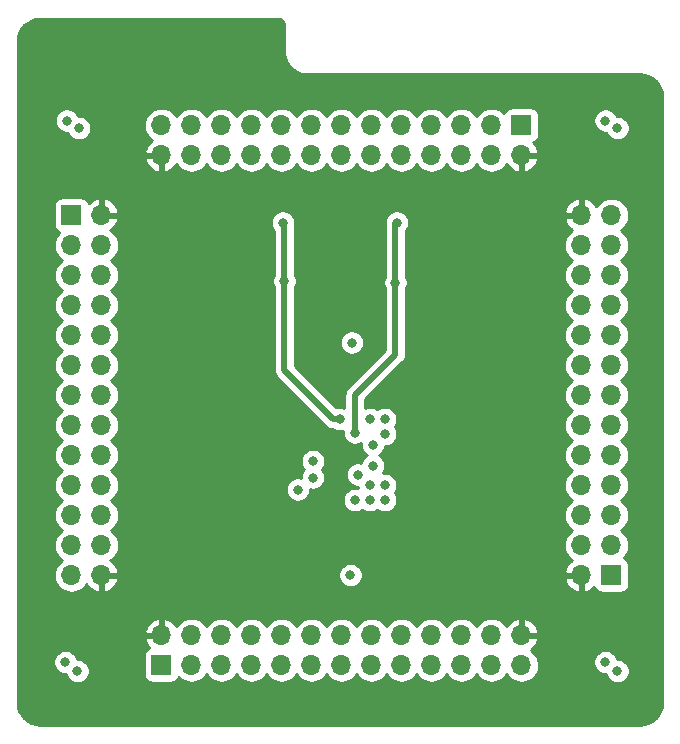
<source format=gbr>
G04 #@! TF.GenerationSoftware,KiCad,Pcbnew,(5.1.2)-2*
G04 #@! TF.CreationDate,2019-10-30T14:21:15+01:00*
G04 #@! TF.ProjectId,PIC18F67K40 MCU Card,50494331-3846-4363-974b-3430204d4355,rev?*
G04 #@! TF.SameCoordinates,Original*
G04 #@! TF.FileFunction,Copper,L2,Inr*
G04 #@! TF.FilePolarity,Positive*
%FSLAX46Y46*%
G04 Gerber Fmt 4.6, Leading zero omitted, Abs format (unit mm)*
G04 Created by KiCad (PCBNEW (5.1.2)-2) date 2019-10-30 14:21:15*
%MOMM*%
%LPD*%
G04 APERTURE LIST*
%ADD10O,1.700000X1.700000*%
%ADD11R,1.700000X1.700000*%
%ADD12C,0.800000*%
%ADD13C,0.508000*%
%ADD14C,0.254000*%
G04 APERTURE END LIST*
D10*
X81407000Y-156845000D03*
X83947000Y-159385000D03*
X83947000Y-133985000D03*
X81407000Y-144145000D03*
X83947000Y-156845000D03*
X81407000Y-141605000D03*
X83947000Y-154305000D03*
X83947000Y-161925000D03*
X83947000Y-139065000D03*
X81407000Y-146685000D03*
X81407000Y-154305000D03*
X81407000Y-159385000D03*
X83947000Y-144145000D03*
X81407000Y-136525000D03*
D11*
X81407000Y-133985000D03*
D10*
X83947000Y-149225000D03*
X83947000Y-164465000D03*
X81407000Y-161925000D03*
X83947000Y-136525000D03*
X81407000Y-164465000D03*
X81407000Y-151765000D03*
X81407000Y-149225000D03*
X83947000Y-141605000D03*
X81407000Y-139065000D03*
X83947000Y-151765000D03*
X83947000Y-146685000D03*
X101727000Y-169545000D03*
X106807000Y-169545000D03*
X94107000Y-172085000D03*
X96647000Y-169545000D03*
X104267000Y-172085000D03*
X106807000Y-172085000D03*
X119507000Y-172085000D03*
X91567000Y-169545000D03*
X116967000Y-172085000D03*
X119507000Y-169545000D03*
X104267000Y-169545000D03*
D11*
X89027000Y-172085000D03*
D10*
X91567000Y-172085000D03*
X99187000Y-169545000D03*
X114427000Y-172085000D03*
X109347000Y-172085000D03*
X101727000Y-172085000D03*
X94107000Y-169545000D03*
X116967000Y-169545000D03*
X109347000Y-169545000D03*
X96647000Y-172085000D03*
X111887000Y-169545000D03*
X99187000Y-172085000D03*
X89027000Y-169545000D03*
X114427000Y-169545000D03*
X111887000Y-172085000D03*
X124587000Y-151765000D03*
X124587000Y-146685000D03*
X127127000Y-159385000D03*
X124587000Y-156845000D03*
X127127000Y-149225000D03*
X127127000Y-146685000D03*
X127127000Y-133985000D03*
X124587000Y-161925000D03*
X127127000Y-136525000D03*
X124587000Y-133985000D03*
X124587000Y-149225000D03*
D11*
X127127000Y-164465000D03*
D10*
X127127000Y-161925000D03*
X124587000Y-154305000D03*
X127127000Y-139065000D03*
X127127000Y-144145000D03*
X127127000Y-151765000D03*
X124587000Y-159385000D03*
X124587000Y-136525000D03*
X124587000Y-144145000D03*
X127127000Y-156845000D03*
X124587000Y-141605000D03*
X127127000Y-154305000D03*
X124587000Y-164465000D03*
X124587000Y-139065000D03*
X127127000Y-141605000D03*
X96647000Y-126365000D03*
X94107000Y-128905000D03*
X119507000Y-128905000D03*
X109347000Y-126365000D03*
X96647000Y-128905000D03*
X111887000Y-126365000D03*
X99187000Y-128905000D03*
X91567000Y-128905000D03*
X114427000Y-128905000D03*
X106807000Y-126365000D03*
X99187000Y-126365000D03*
X94107000Y-126365000D03*
X109347000Y-128905000D03*
X116967000Y-126365000D03*
D11*
X119507000Y-126365000D03*
D10*
X104267000Y-128905000D03*
X89027000Y-128905000D03*
X91567000Y-126365000D03*
X116967000Y-128905000D03*
X89027000Y-126365000D03*
X101727000Y-126365000D03*
X104267000Y-126365000D03*
X111887000Y-128905000D03*
X114427000Y-126365000D03*
X101727000Y-128905000D03*
X106807000Y-128905000D03*
D12*
X81915000Y-172593000D03*
X127635000Y-169418000D03*
X127635000Y-172593000D03*
X127635000Y-126619000D03*
X81915000Y-168783000D03*
X126619000Y-129032000D03*
X82042000Y-129794000D03*
X82042000Y-126619000D03*
X101854000Y-154813000D03*
X105664000Y-155956000D03*
X106680000Y-158115000D03*
X107950000Y-158115000D03*
X106680000Y-156845000D03*
X107950000Y-156845000D03*
X107950000Y-151257000D03*
X107950000Y-152527000D03*
X105156000Y-144780000D03*
X106680000Y-151257000D03*
X105410000Y-158115000D03*
X81026000Y-125984000D03*
X126619000Y-125984000D03*
X126619000Y-171831000D03*
X80899000Y-171831000D03*
X105029000Y-164465000D03*
X104394000Y-156083000D03*
X104394000Y-154940000D03*
X101727000Y-152400000D03*
X101727000Y-151384000D03*
X103378000Y-154940000D03*
X103378000Y-156083000D03*
X103378000Y-157226000D03*
X103378000Y-158369000D03*
X100711000Y-151384000D03*
X100711000Y-152400000D03*
X81026000Y-129032000D03*
X127635000Y-129794000D03*
X126619000Y-168783000D03*
X80899000Y-169545000D03*
X104394000Y-157226000D03*
X102870000Y-152400000D03*
X107061000Y-134620000D03*
X101346000Y-134620000D03*
X103251000Y-144780000D03*
X103251000Y-164465000D03*
X104140000Y-151257000D03*
X99441000Y-139573000D03*
X99314000Y-134620000D03*
X105410000Y-152400000D03*
X108966000Y-134620000D03*
X108839000Y-139700000D03*
X106934000Y-155194000D03*
X106934000Y-153416000D03*
X101854000Y-156210000D03*
X100584000Y-157226000D03*
D13*
X99441000Y-140138685D02*
X99441000Y-139573000D01*
X99441000Y-147123685D02*
X99441000Y-140138685D01*
X103574315Y-151257000D02*
X99441000Y-147123685D01*
X104140000Y-151257000D02*
X103574315Y-151257000D01*
X99441000Y-134747000D02*
X99314000Y-134620000D01*
X99441000Y-139573000D02*
X99441000Y-134747000D01*
X105410000Y-152400000D02*
X105410000Y-149225000D01*
X108839000Y-145796000D02*
X108839000Y-139700000D01*
X105410000Y-149225000D02*
X108839000Y-145796000D01*
X108839000Y-134620000D02*
X108966000Y-134493000D01*
X108839000Y-139700000D02*
X108839000Y-134620000D01*
D14*
G36*
X98923869Y-117387722D02*
G01*
X99037246Y-117421953D01*
X99141819Y-117477555D01*
X99233596Y-117552407D01*
X99309091Y-117643664D01*
X99365419Y-117747844D01*
X99400440Y-117860976D01*
X99416000Y-118009022D01*
X99416001Y-120174419D01*
X99418802Y-120202855D01*
X99418747Y-120210682D01*
X99419646Y-120219853D01*
X99445554Y-120466357D01*
X99457589Y-120524986D01*
X99468792Y-120583716D01*
X99471456Y-120592538D01*
X99544751Y-120829314D01*
X99567931Y-120884457D01*
X99590339Y-120939920D01*
X99594665Y-120948054D01*
X99594667Y-120948059D01*
X99594670Y-120948064D01*
X99712553Y-121166086D01*
X99745988Y-121215654D01*
X99778759Y-121265735D01*
X99784584Y-121272876D01*
X99942577Y-121463856D01*
X99985012Y-121505995D01*
X100026875Y-121548745D01*
X100033976Y-121554618D01*
X100226053Y-121711273D01*
X100275875Y-121744374D01*
X100325237Y-121778173D01*
X100333343Y-121782556D01*
X100552191Y-121898919D01*
X100607479Y-121921707D01*
X100662475Y-121945279D01*
X100671278Y-121948003D01*
X100908559Y-122019643D01*
X100967246Y-122031264D01*
X101025752Y-122043700D01*
X101034915Y-122044663D01*
X101034917Y-122044663D01*
X101281595Y-122068850D01*
X101281598Y-122068850D01*
X101313581Y-122072000D01*
X129507721Y-122072000D01*
X129904545Y-122110909D01*
X130255208Y-122216780D01*
X130578625Y-122388744D01*
X130862484Y-122620254D01*
X131095965Y-122902486D01*
X131270183Y-123224695D01*
X131378502Y-123574614D01*
X131420001Y-123969452D01*
X131420000Y-175227721D01*
X131381091Y-175624545D01*
X131275220Y-175975206D01*
X131103257Y-176298623D01*
X130871748Y-176582482D01*
X130589514Y-176815965D01*
X130267304Y-176990184D01*
X129917385Y-177098502D01*
X129522557Y-177140000D01*
X78772279Y-177140000D01*
X78375455Y-177101091D01*
X78024794Y-176995220D01*
X77701377Y-176823257D01*
X77417518Y-176591748D01*
X77184035Y-176309514D01*
X77009816Y-175987304D01*
X76901498Y-175637385D01*
X76860000Y-175242557D01*
X76860000Y-171729061D01*
X79864000Y-171729061D01*
X79864000Y-171932939D01*
X79903774Y-172132898D01*
X79981795Y-172321256D01*
X80095063Y-172490774D01*
X80239226Y-172634937D01*
X80408744Y-172748205D01*
X80597102Y-172826226D01*
X80797061Y-172866000D01*
X80914026Y-172866000D01*
X80919774Y-172894898D01*
X80997795Y-173083256D01*
X81111063Y-173252774D01*
X81255226Y-173396937D01*
X81424744Y-173510205D01*
X81613102Y-173588226D01*
X81813061Y-173628000D01*
X82016939Y-173628000D01*
X82216898Y-173588226D01*
X82405256Y-173510205D01*
X82574774Y-173396937D01*
X82718937Y-173252774D01*
X82832205Y-173083256D01*
X82910226Y-172894898D01*
X82950000Y-172694939D01*
X82950000Y-172491061D01*
X82910226Y-172291102D01*
X82832205Y-172102744D01*
X82718937Y-171933226D01*
X82574774Y-171789063D01*
X82405256Y-171675795D01*
X82216898Y-171597774D01*
X82016939Y-171558000D01*
X81899974Y-171558000D01*
X81894226Y-171529102D01*
X81816205Y-171340744D01*
X81745550Y-171235000D01*
X87538928Y-171235000D01*
X87538928Y-172935000D01*
X87551188Y-173059482D01*
X87587498Y-173179180D01*
X87646463Y-173289494D01*
X87725815Y-173386185D01*
X87822506Y-173465537D01*
X87932820Y-173524502D01*
X88052518Y-173560812D01*
X88177000Y-173573072D01*
X89877000Y-173573072D01*
X90001482Y-173560812D01*
X90121180Y-173524502D01*
X90231494Y-173465537D01*
X90328185Y-173386185D01*
X90407537Y-173289494D01*
X90466502Y-173179180D01*
X90487393Y-173110313D01*
X90511866Y-173140134D01*
X90737986Y-173325706D01*
X90995966Y-173463599D01*
X91275889Y-173548513D01*
X91494050Y-173570000D01*
X91639950Y-173570000D01*
X91858111Y-173548513D01*
X92138034Y-173463599D01*
X92396014Y-173325706D01*
X92622134Y-173140134D01*
X92807706Y-172914014D01*
X92837000Y-172859209D01*
X92866294Y-172914014D01*
X93051866Y-173140134D01*
X93277986Y-173325706D01*
X93535966Y-173463599D01*
X93815889Y-173548513D01*
X94034050Y-173570000D01*
X94179950Y-173570000D01*
X94398111Y-173548513D01*
X94678034Y-173463599D01*
X94936014Y-173325706D01*
X95162134Y-173140134D01*
X95347706Y-172914014D01*
X95377000Y-172859209D01*
X95406294Y-172914014D01*
X95591866Y-173140134D01*
X95817986Y-173325706D01*
X96075966Y-173463599D01*
X96355889Y-173548513D01*
X96574050Y-173570000D01*
X96719950Y-173570000D01*
X96938111Y-173548513D01*
X97218034Y-173463599D01*
X97476014Y-173325706D01*
X97702134Y-173140134D01*
X97887706Y-172914014D01*
X97917000Y-172859209D01*
X97946294Y-172914014D01*
X98131866Y-173140134D01*
X98357986Y-173325706D01*
X98615966Y-173463599D01*
X98895889Y-173548513D01*
X99114050Y-173570000D01*
X99259950Y-173570000D01*
X99478111Y-173548513D01*
X99758034Y-173463599D01*
X100016014Y-173325706D01*
X100242134Y-173140134D01*
X100427706Y-172914014D01*
X100457000Y-172859209D01*
X100486294Y-172914014D01*
X100671866Y-173140134D01*
X100897986Y-173325706D01*
X101155966Y-173463599D01*
X101435889Y-173548513D01*
X101654050Y-173570000D01*
X101799950Y-173570000D01*
X102018111Y-173548513D01*
X102298034Y-173463599D01*
X102556014Y-173325706D01*
X102782134Y-173140134D01*
X102967706Y-172914014D01*
X102997000Y-172859209D01*
X103026294Y-172914014D01*
X103211866Y-173140134D01*
X103437986Y-173325706D01*
X103695966Y-173463599D01*
X103975889Y-173548513D01*
X104194050Y-173570000D01*
X104339950Y-173570000D01*
X104558111Y-173548513D01*
X104838034Y-173463599D01*
X105096014Y-173325706D01*
X105322134Y-173140134D01*
X105507706Y-172914014D01*
X105537000Y-172859209D01*
X105566294Y-172914014D01*
X105751866Y-173140134D01*
X105977986Y-173325706D01*
X106235966Y-173463599D01*
X106515889Y-173548513D01*
X106734050Y-173570000D01*
X106879950Y-173570000D01*
X107098111Y-173548513D01*
X107378034Y-173463599D01*
X107636014Y-173325706D01*
X107862134Y-173140134D01*
X108047706Y-172914014D01*
X108077000Y-172859209D01*
X108106294Y-172914014D01*
X108291866Y-173140134D01*
X108517986Y-173325706D01*
X108775966Y-173463599D01*
X109055889Y-173548513D01*
X109274050Y-173570000D01*
X109419950Y-173570000D01*
X109638111Y-173548513D01*
X109918034Y-173463599D01*
X110176014Y-173325706D01*
X110402134Y-173140134D01*
X110587706Y-172914014D01*
X110617000Y-172859209D01*
X110646294Y-172914014D01*
X110831866Y-173140134D01*
X111057986Y-173325706D01*
X111315966Y-173463599D01*
X111595889Y-173548513D01*
X111814050Y-173570000D01*
X111959950Y-173570000D01*
X112178111Y-173548513D01*
X112458034Y-173463599D01*
X112716014Y-173325706D01*
X112942134Y-173140134D01*
X113127706Y-172914014D01*
X113157000Y-172859209D01*
X113186294Y-172914014D01*
X113371866Y-173140134D01*
X113597986Y-173325706D01*
X113855966Y-173463599D01*
X114135889Y-173548513D01*
X114354050Y-173570000D01*
X114499950Y-173570000D01*
X114718111Y-173548513D01*
X114998034Y-173463599D01*
X115256014Y-173325706D01*
X115482134Y-173140134D01*
X115667706Y-172914014D01*
X115697000Y-172859209D01*
X115726294Y-172914014D01*
X115911866Y-173140134D01*
X116137986Y-173325706D01*
X116395966Y-173463599D01*
X116675889Y-173548513D01*
X116894050Y-173570000D01*
X117039950Y-173570000D01*
X117258111Y-173548513D01*
X117538034Y-173463599D01*
X117796014Y-173325706D01*
X118022134Y-173140134D01*
X118207706Y-172914014D01*
X118237000Y-172859209D01*
X118266294Y-172914014D01*
X118451866Y-173140134D01*
X118677986Y-173325706D01*
X118935966Y-173463599D01*
X119215889Y-173548513D01*
X119434050Y-173570000D01*
X119579950Y-173570000D01*
X119798111Y-173548513D01*
X120078034Y-173463599D01*
X120336014Y-173325706D01*
X120562134Y-173140134D01*
X120747706Y-172914014D01*
X120885599Y-172656034D01*
X120970513Y-172376111D01*
X120999185Y-172085000D01*
X120970513Y-171793889D01*
X120950848Y-171729061D01*
X125584000Y-171729061D01*
X125584000Y-171932939D01*
X125623774Y-172132898D01*
X125701795Y-172321256D01*
X125815063Y-172490774D01*
X125959226Y-172634937D01*
X126128744Y-172748205D01*
X126317102Y-172826226D01*
X126517061Y-172866000D01*
X126634026Y-172866000D01*
X126639774Y-172894898D01*
X126717795Y-173083256D01*
X126831063Y-173252774D01*
X126975226Y-173396937D01*
X127144744Y-173510205D01*
X127333102Y-173588226D01*
X127533061Y-173628000D01*
X127736939Y-173628000D01*
X127936898Y-173588226D01*
X128125256Y-173510205D01*
X128294774Y-173396937D01*
X128438937Y-173252774D01*
X128552205Y-173083256D01*
X128630226Y-172894898D01*
X128670000Y-172694939D01*
X128670000Y-172491061D01*
X128630226Y-172291102D01*
X128552205Y-172102744D01*
X128438937Y-171933226D01*
X128294774Y-171789063D01*
X128125256Y-171675795D01*
X127936898Y-171597774D01*
X127736939Y-171558000D01*
X127619974Y-171558000D01*
X127614226Y-171529102D01*
X127536205Y-171340744D01*
X127422937Y-171171226D01*
X127278774Y-171027063D01*
X127109256Y-170913795D01*
X126920898Y-170835774D01*
X126720939Y-170796000D01*
X126517061Y-170796000D01*
X126317102Y-170835774D01*
X126128744Y-170913795D01*
X125959226Y-171027063D01*
X125815063Y-171171226D01*
X125701795Y-171340744D01*
X125623774Y-171529102D01*
X125584000Y-171729061D01*
X120950848Y-171729061D01*
X120885599Y-171513966D01*
X120747706Y-171255986D01*
X120562134Y-171029866D01*
X120336014Y-170844294D01*
X120278244Y-170813416D01*
X120507269Y-170642588D01*
X120702178Y-170426355D01*
X120851157Y-170176252D01*
X120948481Y-169901891D01*
X120827814Y-169672000D01*
X119634000Y-169672000D01*
X119634000Y-169692000D01*
X119380000Y-169692000D01*
X119380000Y-169672000D01*
X119360000Y-169672000D01*
X119360000Y-169418000D01*
X119380000Y-169418000D01*
X119380000Y-168224845D01*
X119634000Y-168224845D01*
X119634000Y-169418000D01*
X120827814Y-169418000D01*
X120948481Y-169188109D01*
X120851157Y-168913748D01*
X120702178Y-168663645D01*
X120507269Y-168447412D01*
X120273920Y-168273359D01*
X120011099Y-168148175D01*
X119863890Y-168103524D01*
X119634000Y-168224845D01*
X119380000Y-168224845D01*
X119150110Y-168103524D01*
X119002901Y-168148175D01*
X118740080Y-168273359D01*
X118506731Y-168447412D01*
X118311822Y-168663645D01*
X118242201Y-168780523D01*
X118207706Y-168715986D01*
X118022134Y-168489866D01*
X117796014Y-168304294D01*
X117538034Y-168166401D01*
X117258111Y-168081487D01*
X117039950Y-168060000D01*
X116894050Y-168060000D01*
X116675889Y-168081487D01*
X116395966Y-168166401D01*
X116137986Y-168304294D01*
X115911866Y-168489866D01*
X115726294Y-168715986D01*
X115697000Y-168770791D01*
X115667706Y-168715986D01*
X115482134Y-168489866D01*
X115256014Y-168304294D01*
X114998034Y-168166401D01*
X114718111Y-168081487D01*
X114499950Y-168060000D01*
X114354050Y-168060000D01*
X114135889Y-168081487D01*
X113855966Y-168166401D01*
X113597986Y-168304294D01*
X113371866Y-168489866D01*
X113186294Y-168715986D01*
X113157000Y-168770791D01*
X113127706Y-168715986D01*
X112942134Y-168489866D01*
X112716014Y-168304294D01*
X112458034Y-168166401D01*
X112178111Y-168081487D01*
X111959950Y-168060000D01*
X111814050Y-168060000D01*
X111595889Y-168081487D01*
X111315966Y-168166401D01*
X111057986Y-168304294D01*
X110831866Y-168489866D01*
X110646294Y-168715986D01*
X110617000Y-168770791D01*
X110587706Y-168715986D01*
X110402134Y-168489866D01*
X110176014Y-168304294D01*
X109918034Y-168166401D01*
X109638111Y-168081487D01*
X109419950Y-168060000D01*
X109274050Y-168060000D01*
X109055889Y-168081487D01*
X108775966Y-168166401D01*
X108517986Y-168304294D01*
X108291866Y-168489866D01*
X108106294Y-168715986D01*
X108077000Y-168770791D01*
X108047706Y-168715986D01*
X107862134Y-168489866D01*
X107636014Y-168304294D01*
X107378034Y-168166401D01*
X107098111Y-168081487D01*
X106879950Y-168060000D01*
X106734050Y-168060000D01*
X106515889Y-168081487D01*
X106235966Y-168166401D01*
X105977986Y-168304294D01*
X105751866Y-168489866D01*
X105566294Y-168715986D01*
X105537000Y-168770791D01*
X105507706Y-168715986D01*
X105322134Y-168489866D01*
X105096014Y-168304294D01*
X104838034Y-168166401D01*
X104558111Y-168081487D01*
X104339950Y-168060000D01*
X104194050Y-168060000D01*
X103975889Y-168081487D01*
X103695966Y-168166401D01*
X103437986Y-168304294D01*
X103211866Y-168489866D01*
X103026294Y-168715986D01*
X102997000Y-168770791D01*
X102967706Y-168715986D01*
X102782134Y-168489866D01*
X102556014Y-168304294D01*
X102298034Y-168166401D01*
X102018111Y-168081487D01*
X101799950Y-168060000D01*
X101654050Y-168060000D01*
X101435889Y-168081487D01*
X101155966Y-168166401D01*
X100897986Y-168304294D01*
X100671866Y-168489866D01*
X100486294Y-168715986D01*
X100457000Y-168770791D01*
X100427706Y-168715986D01*
X100242134Y-168489866D01*
X100016014Y-168304294D01*
X99758034Y-168166401D01*
X99478111Y-168081487D01*
X99259950Y-168060000D01*
X99114050Y-168060000D01*
X98895889Y-168081487D01*
X98615966Y-168166401D01*
X98357986Y-168304294D01*
X98131866Y-168489866D01*
X97946294Y-168715986D01*
X97917000Y-168770791D01*
X97887706Y-168715986D01*
X97702134Y-168489866D01*
X97476014Y-168304294D01*
X97218034Y-168166401D01*
X96938111Y-168081487D01*
X96719950Y-168060000D01*
X96574050Y-168060000D01*
X96355889Y-168081487D01*
X96075966Y-168166401D01*
X95817986Y-168304294D01*
X95591866Y-168489866D01*
X95406294Y-168715986D01*
X95377000Y-168770791D01*
X95347706Y-168715986D01*
X95162134Y-168489866D01*
X94936014Y-168304294D01*
X94678034Y-168166401D01*
X94398111Y-168081487D01*
X94179950Y-168060000D01*
X94034050Y-168060000D01*
X93815889Y-168081487D01*
X93535966Y-168166401D01*
X93277986Y-168304294D01*
X93051866Y-168489866D01*
X92866294Y-168715986D01*
X92837000Y-168770791D01*
X92807706Y-168715986D01*
X92622134Y-168489866D01*
X92396014Y-168304294D01*
X92138034Y-168166401D01*
X91858111Y-168081487D01*
X91639950Y-168060000D01*
X91494050Y-168060000D01*
X91275889Y-168081487D01*
X90995966Y-168166401D01*
X90737986Y-168304294D01*
X90511866Y-168489866D01*
X90326294Y-168715986D01*
X90291799Y-168780523D01*
X90222178Y-168663645D01*
X90027269Y-168447412D01*
X89793920Y-168273359D01*
X89531099Y-168148175D01*
X89383890Y-168103524D01*
X89154000Y-168224845D01*
X89154000Y-169418000D01*
X89174000Y-169418000D01*
X89174000Y-169672000D01*
X89154000Y-169672000D01*
X89154000Y-169692000D01*
X88900000Y-169692000D01*
X88900000Y-169672000D01*
X87706186Y-169672000D01*
X87585519Y-169901891D01*
X87682843Y-170176252D01*
X87831822Y-170426355D01*
X88008626Y-170622502D01*
X87932820Y-170645498D01*
X87822506Y-170704463D01*
X87725815Y-170783815D01*
X87646463Y-170880506D01*
X87587498Y-170990820D01*
X87551188Y-171110518D01*
X87538928Y-171235000D01*
X81745550Y-171235000D01*
X81702937Y-171171226D01*
X81558774Y-171027063D01*
X81389256Y-170913795D01*
X81200898Y-170835774D01*
X81000939Y-170796000D01*
X80797061Y-170796000D01*
X80597102Y-170835774D01*
X80408744Y-170913795D01*
X80239226Y-171027063D01*
X80095063Y-171171226D01*
X79981795Y-171340744D01*
X79903774Y-171529102D01*
X79864000Y-171729061D01*
X76860000Y-171729061D01*
X76860000Y-169188109D01*
X87585519Y-169188109D01*
X87706186Y-169418000D01*
X88900000Y-169418000D01*
X88900000Y-168224845D01*
X88670110Y-168103524D01*
X88522901Y-168148175D01*
X88260080Y-168273359D01*
X88026731Y-168447412D01*
X87831822Y-168663645D01*
X87682843Y-168913748D01*
X87585519Y-169188109D01*
X76860000Y-169188109D01*
X76860000Y-136525000D01*
X79914815Y-136525000D01*
X79943487Y-136816111D01*
X80028401Y-137096034D01*
X80166294Y-137354014D01*
X80351866Y-137580134D01*
X80577986Y-137765706D01*
X80632791Y-137795000D01*
X80577986Y-137824294D01*
X80351866Y-138009866D01*
X80166294Y-138235986D01*
X80028401Y-138493966D01*
X79943487Y-138773889D01*
X79914815Y-139065000D01*
X79943487Y-139356111D01*
X80028401Y-139636034D01*
X80166294Y-139894014D01*
X80351866Y-140120134D01*
X80577986Y-140305706D01*
X80632791Y-140335000D01*
X80577986Y-140364294D01*
X80351866Y-140549866D01*
X80166294Y-140775986D01*
X80028401Y-141033966D01*
X79943487Y-141313889D01*
X79914815Y-141605000D01*
X79943487Y-141896111D01*
X80028401Y-142176034D01*
X80166294Y-142434014D01*
X80351866Y-142660134D01*
X80577986Y-142845706D01*
X80632791Y-142875000D01*
X80577986Y-142904294D01*
X80351866Y-143089866D01*
X80166294Y-143315986D01*
X80028401Y-143573966D01*
X79943487Y-143853889D01*
X79914815Y-144145000D01*
X79943487Y-144436111D01*
X80028401Y-144716034D01*
X80166294Y-144974014D01*
X80351866Y-145200134D01*
X80577986Y-145385706D01*
X80632791Y-145415000D01*
X80577986Y-145444294D01*
X80351866Y-145629866D01*
X80166294Y-145855986D01*
X80028401Y-146113966D01*
X79943487Y-146393889D01*
X79914815Y-146685000D01*
X79943487Y-146976111D01*
X80028401Y-147256034D01*
X80166294Y-147514014D01*
X80351866Y-147740134D01*
X80577986Y-147925706D01*
X80632791Y-147955000D01*
X80577986Y-147984294D01*
X80351866Y-148169866D01*
X80166294Y-148395986D01*
X80028401Y-148653966D01*
X79943487Y-148933889D01*
X79914815Y-149225000D01*
X79943487Y-149516111D01*
X80028401Y-149796034D01*
X80166294Y-150054014D01*
X80351866Y-150280134D01*
X80577986Y-150465706D01*
X80632791Y-150495000D01*
X80577986Y-150524294D01*
X80351866Y-150709866D01*
X80166294Y-150935986D01*
X80028401Y-151193966D01*
X79943487Y-151473889D01*
X79914815Y-151765000D01*
X79943487Y-152056111D01*
X80028401Y-152336034D01*
X80166294Y-152594014D01*
X80351866Y-152820134D01*
X80577986Y-153005706D01*
X80632791Y-153035000D01*
X80577986Y-153064294D01*
X80351866Y-153249866D01*
X80166294Y-153475986D01*
X80028401Y-153733966D01*
X79943487Y-154013889D01*
X79914815Y-154305000D01*
X79943487Y-154596111D01*
X80028401Y-154876034D01*
X80166294Y-155134014D01*
X80351866Y-155360134D01*
X80577986Y-155545706D01*
X80632791Y-155575000D01*
X80577986Y-155604294D01*
X80351866Y-155789866D01*
X80166294Y-156015986D01*
X80028401Y-156273966D01*
X79943487Y-156553889D01*
X79914815Y-156845000D01*
X79943487Y-157136111D01*
X80028401Y-157416034D01*
X80166294Y-157674014D01*
X80351866Y-157900134D01*
X80577986Y-158085706D01*
X80632791Y-158115000D01*
X80577986Y-158144294D01*
X80351866Y-158329866D01*
X80166294Y-158555986D01*
X80028401Y-158813966D01*
X79943487Y-159093889D01*
X79914815Y-159385000D01*
X79943487Y-159676111D01*
X80028401Y-159956034D01*
X80166294Y-160214014D01*
X80351866Y-160440134D01*
X80577986Y-160625706D01*
X80632791Y-160655000D01*
X80577986Y-160684294D01*
X80351866Y-160869866D01*
X80166294Y-161095986D01*
X80028401Y-161353966D01*
X79943487Y-161633889D01*
X79914815Y-161925000D01*
X79943487Y-162216111D01*
X80028401Y-162496034D01*
X80166294Y-162754014D01*
X80351866Y-162980134D01*
X80577986Y-163165706D01*
X80632791Y-163195000D01*
X80577986Y-163224294D01*
X80351866Y-163409866D01*
X80166294Y-163635986D01*
X80028401Y-163893966D01*
X79943487Y-164173889D01*
X79914815Y-164465000D01*
X79943487Y-164756111D01*
X80028401Y-165036034D01*
X80166294Y-165294014D01*
X80351866Y-165520134D01*
X80577986Y-165705706D01*
X80835966Y-165843599D01*
X81115889Y-165928513D01*
X81334050Y-165950000D01*
X81479950Y-165950000D01*
X81698111Y-165928513D01*
X81978034Y-165843599D01*
X82236014Y-165705706D01*
X82462134Y-165520134D01*
X82647706Y-165294014D01*
X82678584Y-165236244D01*
X82849412Y-165465269D01*
X83065645Y-165660178D01*
X83315748Y-165809157D01*
X83590109Y-165906481D01*
X83820000Y-165785814D01*
X83820000Y-164592000D01*
X84074000Y-164592000D01*
X84074000Y-165785814D01*
X84303891Y-165906481D01*
X84578252Y-165809157D01*
X84828355Y-165660178D01*
X85044588Y-165465269D01*
X85218641Y-165231920D01*
X85343825Y-164969099D01*
X85388476Y-164821890D01*
X85267155Y-164592000D01*
X84074000Y-164592000D01*
X83820000Y-164592000D01*
X83800000Y-164592000D01*
X83800000Y-164363061D01*
X103994000Y-164363061D01*
X103994000Y-164566939D01*
X104033774Y-164766898D01*
X104111795Y-164955256D01*
X104225063Y-165124774D01*
X104369226Y-165268937D01*
X104538744Y-165382205D01*
X104727102Y-165460226D01*
X104927061Y-165500000D01*
X105130939Y-165500000D01*
X105330898Y-165460226D01*
X105519256Y-165382205D01*
X105688774Y-165268937D01*
X105832937Y-165124774D01*
X105946205Y-164955256D01*
X106001447Y-164821890D01*
X123145524Y-164821890D01*
X123190175Y-164969099D01*
X123315359Y-165231920D01*
X123489412Y-165465269D01*
X123705645Y-165660178D01*
X123955748Y-165809157D01*
X124230109Y-165906481D01*
X124460000Y-165785814D01*
X124460000Y-164592000D01*
X123266845Y-164592000D01*
X123145524Y-164821890D01*
X106001447Y-164821890D01*
X106024226Y-164766898D01*
X106064000Y-164566939D01*
X106064000Y-164363061D01*
X106024226Y-164163102D01*
X105946205Y-163974744D01*
X105832937Y-163805226D01*
X105688774Y-163661063D01*
X105519256Y-163547795D01*
X105330898Y-163469774D01*
X105130939Y-163430000D01*
X104927061Y-163430000D01*
X104727102Y-163469774D01*
X104538744Y-163547795D01*
X104369226Y-163661063D01*
X104225063Y-163805226D01*
X104111795Y-163974744D01*
X104033774Y-164163102D01*
X103994000Y-164363061D01*
X83800000Y-164363061D01*
X83800000Y-164338000D01*
X83820000Y-164338000D01*
X83820000Y-164318000D01*
X84074000Y-164318000D01*
X84074000Y-164338000D01*
X85267155Y-164338000D01*
X85388476Y-164108110D01*
X85343825Y-163960901D01*
X85218641Y-163698080D01*
X85044588Y-163464731D01*
X84828355Y-163269822D01*
X84711477Y-163200201D01*
X84776014Y-163165706D01*
X85002134Y-162980134D01*
X85187706Y-162754014D01*
X85325599Y-162496034D01*
X85410513Y-162216111D01*
X85439185Y-161925000D01*
X85410513Y-161633889D01*
X85325599Y-161353966D01*
X85187706Y-161095986D01*
X85002134Y-160869866D01*
X84776014Y-160684294D01*
X84721209Y-160655000D01*
X84776014Y-160625706D01*
X85002134Y-160440134D01*
X85187706Y-160214014D01*
X85325599Y-159956034D01*
X85410513Y-159676111D01*
X85439185Y-159385000D01*
X85410513Y-159093889D01*
X85325599Y-158813966D01*
X85187706Y-158555986D01*
X85002134Y-158329866D01*
X84776014Y-158144294D01*
X84721209Y-158115000D01*
X84776014Y-158085706D01*
X85002134Y-157900134D01*
X85187706Y-157674014D01*
X85325599Y-157416034D01*
X85410513Y-157136111D01*
X85411699Y-157124061D01*
X99549000Y-157124061D01*
X99549000Y-157327939D01*
X99588774Y-157527898D01*
X99666795Y-157716256D01*
X99780063Y-157885774D01*
X99924226Y-158029937D01*
X100093744Y-158143205D01*
X100282102Y-158221226D01*
X100482061Y-158261000D01*
X100685939Y-158261000D01*
X100885898Y-158221226D01*
X101074256Y-158143205D01*
X101243774Y-158029937D01*
X101387937Y-157885774D01*
X101501205Y-157716256D01*
X101579226Y-157527898D01*
X101619000Y-157327939D01*
X101619000Y-157218533D01*
X101752061Y-157245000D01*
X101955939Y-157245000D01*
X102155898Y-157205226D01*
X102344256Y-157127205D01*
X102513774Y-157013937D01*
X102657937Y-156869774D01*
X102771205Y-156700256D01*
X102849226Y-156511898D01*
X102889000Y-156311939D01*
X102889000Y-156108061D01*
X102849226Y-155908102D01*
X102771205Y-155719744D01*
X102657937Y-155550226D01*
X102619211Y-155511500D01*
X102657937Y-155472774D01*
X102771205Y-155303256D01*
X102849226Y-155114898D01*
X102889000Y-154914939D01*
X102889000Y-154711061D01*
X102849226Y-154511102D01*
X102771205Y-154322744D01*
X102657937Y-154153226D01*
X102513774Y-154009063D01*
X102344256Y-153895795D01*
X102155898Y-153817774D01*
X101955939Y-153778000D01*
X101752061Y-153778000D01*
X101552102Y-153817774D01*
X101363744Y-153895795D01*
X101194226Y-154009063D01*
X101050063Y-154153226D01*
X100936795Y-154322744D01*
X100858774Y-154511102D01*
X100819000Y-154711061D01*
X100819000Y-154914939D01*
X100858774Y-155114898D01*
X100936795Y-155303256D01*
X101050063Y-155472774D01*
X101088789Y-155511500D01*
X101050063Y-155550226D01*
X100936795Y-155719744D01*
X100858774Y-155908102D01*
X100819000Y-156108061D01*
X100819000Y-156217467D01*
X100685939Y-156191000D01*
X100482061Y-156191000D01*
X100282102Y-156230774D01*
X100093744Y-156308795D01*
X99924226Y-156422063D01*
X99780063Y-156566226D01*
X99666795Y-156735744D01*
X99588774Y-156924102D01*
X99549000Y-157124061D01*
X85411699Y-157124061D01*
X85439185Y-156845000D01*
X85410513Y-156553889D01*
X85325599Y-156273966D01*
X85187706Y-156015986D01*
X85002134Y-155789866D01*
X84776014Y-155604294D01*
X84721209Y-155575000D01*
X84776014Y-155545706D01*
X85002134Y-155360134D01*
X85187706Y-155134014D01*
X85325599Y-154876034D01*
X85410513Y-154596111D01*
X85439185Y-154305000D01*
X85410513Y-154013889D01*
X85325599Y-153733966D01*
X85187706Y-153475986D01*
X85002134Y-153249866D01*
X84776014Y-153064294D01*
X84721209Y-153035000D01*
X84776014Y-153005706D01*
X85002134Y-152820134D01*
X85187706Y-152594014D01*
X85325599Y-152336034D01*
X85410513Y-152056111D01*
X85439185Y-151765000D01*
X85410513Y-151473889D01*
X85325599Y-151193966D01*
X85187706Y-150935986D01*
X85002134Y-150709866D01*
X84776014Y-150524294D01*
X84721209Y-150495000D01*
X84776014Y-150465706D01*
X85002134Y-150280134D01*
X85187706Y-150054014D01*
X85325599Y-149796034D01*
X85410513Y-149516111D01*
X85439185Y-149225000D01*
X85410513Y-148933889D01*
X85325599Y-148653966D01*
X85187706Y-148395986D01*
X85002134Y-148169866D01*
X84776014Y-147984294D01*
X84721209Y-147955000D01*
X84776014Y-147925706D01*
X85002134Y-147740134D01*
X85187706Y-147514014D01*
X85325599Y-147256034D01*
X85410513Y-146976111D01*
X85439185Y-146685000D01*
X85410513Y-146393889D01*
X85325599Y-146113966D01*
X85187706Y-145855986D01*
X85002134Y-145629866D01*
X84776014Y-145444294D01*
X84721209Y-145415000D01*
X84776014Y-145385706D01*
X85002134Y-145200134D01*
X85187706Y-144974014D01*
X85325599Y-144716034D01*
X85410513Y-144436111D01*
X85439185Y-144145000D01*
X85410513Y-143853889D01*
X85325599Y-143573966D01*
X85187706Y-143315986D01*
X85002134Y-143089866D01*
X84776014Y-142904294D01*
X84721209Y-142875000D01*
X84776014Y-142845706D01*
X85002134Y-142660134D01*
X85187706Y-142434014D01*
X85325599Y-142176034D01*
X85410513Y-141896111D01*
X85439185Y-141605000D01*
X85410513Y-141313889D01*
X85325599Y-141033966D01*
X85187706Y-140775986D01*
X85002134Y-140549866D01*
X84776014Y-140364294D01*
X84721209Y-140335000D01*
X84776014Y-140305706D01*
X85002134Y-140120134D01*
X85187706Y-139894014D01*
X85325599Y-139636034D01*
X85410513Y-139356111D01*
X85439185Y-139065000D01*
X85410513Y-138773889D01*
X85325599Y-138493966D01*
X85187706Y-138235986D01*
X85002134Y-138009866D01*
X84776014Y-137824294D01*
X84721209Y-137795000D01*
X84776014Y-137765706D01*
X85002134Y-137580134D01*
X85187706Y-137354014D01*
X85325599Y-137096034D01*
X85410513Y-136816111D01*
X85439185Y-136525000D01*
X85410513Y-136233889D01*
X85325599Y-135953966D01*
X85187706Y-135695986D01*
X85002134Y-135469866D01*
X84776014Y-135284294D01*
X84711477Y-135249799D01*
X84828355Y-135180178D01*
X85044588Y-134985269D01*
X85218641Y-134751920D01*
X85330030Y-134518061D01*
X98279000Y-134518061D01*
X98279000Y-134721939D01*
X98318774Y-134921898D01*
X98396795Y-135110256D01*
X98510063Y-135279774D01*
X98552001Y-135321712D01*
X98552000Y-139040532D01*
X98523795Y-139082744D01*
X98445774Y-139271102D01*
X98406000Y-139471061D01*
X98406000Y-139674939D01*
X98445774Y-139874898D01*
X98523795Y-140063256D01*
X98552000Y-140105468D01*
X98552000Y-140182351D01*
X98552001Y-140182361D01*
X98552000Y-147080025D01*
X98547700Y-147123685D01*
X98552000Y-147167345D01*
X98552000Y-147167351D01*
X98564864Y-147297958D01*
X98615697Y-147465535D01*
X98698247Y-147619975D01*
X98809341Y-147755344D01*
X98843264Y-147783184D01*
X102914821Y-151854742D01*
X102942656Y-151888659D01*
X103078024Y-151999753D01*
X103232464Y-152082303D01*
X103298373Y-152102296D01*
X103400039Y-152133136D01*
X103433239Y-152136406D01*
X103530648Y-152146000D01*
X103530654Y-152146000D01*
X103574314Y-152150300D01*
X103608874Y-152146896D01*
X103649744Y-152174205D01*
X103838102Y-152252226D01*
X104038061Y-152292000D01*
X104241939Y-152292000D01*
X104381737Y-152264193D01*
X104375000Y-152298061D01*
X104375000Y-152501939D01*
X104414774Y-152701898D01*
X104492795Y-152890256D01*
X104606063Y-153059774D01*
X104750226Y-153203937D01*
X104919744Y-153317205D01*
X105108102Y-153395226D01*
X105308061Y-153435000D01*
X105511939Y-153435000D01*
X105711898Y-153395226D01*
X105899000Y-153317725D01*
X105899000Y-153517939D01*
X105938774Y-153717898D01*
X106016795Y-153906256D01*
X106130063Y-154075774D01*
X106274226Y-154219937D01*
X106401532Y-154305000D01*
X106274226Y-154390063D01*
X106130063Y-154534226D01*
X106016795Y-154703744D01*
X105938774Y-154892102D01*
X105926667Y-154952970D01*
X105765939Y-154921000D01*
X105562061Y-154921000D01*
X105362102Y-154960774D01*
X105173744Y-155038795D01*
X105004226Y-155152063D01*
X104860063Y-155296226D01*
X104746795Y-155465744D01*
X104668774Y-155654102D01*
X104629000Y-155854061D01*
X104629000Y-156057939D01*
X104668774Y-156257898D01*
X104746795Y-156446256D01*
X104860063Y-156615774D01*
X105004226Y-156759937D01*
X105173744Y-156873205D01*
X105362102Y-156951226D01*
X105562061Y-156991000D01*
X105653764Y-156991000D01*
X105678039Y-157113039D01*
X105511939Y-157080000D01*
X105308061Y-157080000D01*
X105108102Y-157119774D01*
X104919744Y-157197795D01*
X104750226Y-157311063D01*
X104606063Y-157455226D01*
X104492795Y-157624744D01*
X104414774Y-157813102D01*
X104375000Y-158013061D01*
X104375000Y-158216939D01*
X104414774Y-158416898D01*
X104492795Y-158605256D01*
X104606063Y-158774774D01*
X104750226Y-158918937D01*
X104919744Y-159032205D01*
X105108102Y-159110226D01*
X105308061Y-159150000D01*
X105511939Y-159150000D01*
X105711898Y-159110226D01*
X105900256Y-159032205D01*
X106045000Y-158935490D01*
X106189744Y-159032205D01*
X106378102Y-159110226D01*
X106578061Y-159150000D01*
X106781939Y-159150000D01*
X106981898Y-159110226D01*
X107170256Y-159032205D01*
X107315000Y-158935490D01*
X107459744Y-159032205D01*
X107648102Y-159110226D01*
X107848061Y-159150000D01*
X108051939Y-159150000D01*
X108251898Y-159110226D01*
X108440256Y-159032205D01*
X108609774Y-158918937D01*
X108753937Y-158774774D01*
X108867205Y-158605256D01*
X108945226Y-158416898D01*
X108985000Y-158216939D01*
X108985000Y-158013061D01*
X108945226Y-157813102D01*
X108867205Y-157624744D01*
X108770490Y-157480000D01*
X108867205Y-157335256D01*
X108945226Y-157146898D01*
X108985000Y-156946939D01*
X108985000Y-156743061D01*
X108945226Y-156543102D01*
X108867205Y-156354744D01*
X108753937Y-156185226D01*
X108609774Y-156041063D01*
X108440256Y-155927795D01*
X108251898Y-155849774D01*
X108051939Y-155810000D01*
X107848061Y-155810000D01*
X107754789Y-155828553D01*
X107851205Y-155684256D01*
X107929226Y-155495898D01*
X107969000Y-155295939D01*
X107969000Y-155092061D01*
X107929226Y-154892102D01*
X107851205Y-154703744D01*
X107737937Y-154534226D01*
X107593774Y-154390063D01*
X107466468Y-154305000D01*
X107593774Y-154219937D01*
X107737937Y-154075774D01*
X107851205Y-153906256D01*
X107929226Y-153717898D01*
X107960236Y-153562000D01*
X108051939Y-153562000D01*
X108251898Y-153522226D01*
X108440256Y-153444205D01*
X108609774Y-153330937D01*
X108753937Y-153186774D01*
X108867205Y-153017256D01*
X108945226Y-152828898D01*
X108985000Y-152628939D01*
X108985000Y-152425061D01*
X108945226Y-152225102D01*
X108867205Y-152036744D01*
X108770490Y-151892000D01*
X108867205Y-151747256D01*
X108945226Y-151558898D01*
X108985000Y-151358939D01*
X108985000Y-151155061D01*
X108945226Y-150955102D01*
X108867205Y-150766744D01*
X108753937Y-150597226D01*
X108609774Y-150453063D01*
X108440256Y-150339795D01*
X108251898Y-150261774D01*
X108051939Y-150222000D01*
X107848061Y-150222000D01*
X107648102Y-150261774D01*
X107459744Y-150339795D01*
X107315000Y-150436510D01*
X107170256Y-150339795D01*
X106981898Y-150261774D01*
X106781939Y-150222000D01*
X106578061Y-150222000D01*
X106378102Y-150261774D01*
X106299000Y-150294539D01*
X106299000Y-149593235D01*
X109436737Y-146455498D01*
X109470659Y-146427659D01*
X109581753Y-146292291D01*
X109664303Y-146137851D01*
X109684296Y-146071942D01*
X109715136Y-145970276D01*
X109718406Y-145937076D01*
X109728000Y-145839667D01*
X109728000Y-145839661D01*
X109732300Y-145796001D01*
X109728000Y-145752341D01*
X109728000Y-140232468D01*
X109756205Y-140190256D01*
X109834226Y-140001898D01*
X109874000Y-139801939D01*
X109874000Y-139598061D01*
X109834226Y-139398102D01*
X109756205Y-139209744D01*
X109728000Y-139167532D01*
X109728000Y-136525000D01*
X123094815Y-136525000D01*
X123123487Y-136816111D01*
X123208401Y-137096034D01*
X123346294Y-137354014D01*
X123531866Y-137580134D01*
X123757986Y-137765706D01*
X123812791Y-137795000D01*
X123757986Y-137824294D01*
X123531866Y-138009866D01*
X123346294Y-138235986D01*
X123208401Y-138493966D01*
X123123487Y-138773889D01*
X123094815Y-139065000D01*
X123123487Y-139356111D01*
X123208401Y-139636034D01*
X123346294Y-139894014D01*
X123531866Y-140120134D01*
X123757986Y-140305706D01*
X123812791Y-140335000D01*
X123757986Y-140364294D01*
X123531866Y-140549866D01*
X123346294Y-140775986D01*
X123208401Y-141033966D01*
X123123487Y-141313889D01*
X123094815Y-141605000D01*
X123123487Y-141896111D01*
X123208401Y-142176034D01*
X123346294Y-142434014D01*
X123531866Y-142660134D01*
X123757986Y-142845706D01*
X123812791Y-142875000D01*
X123757986Y-142904294D01*
X123531866Y-143089866D01*
X123346294Y-143315986D01*
X123208401Y-143573966D01*
X123123487Y-143853889D01*
X123094815Y-144145000D01*
X123123487Y-144436111D01*
X123208401Y-144716034D01*
X123346294Y-144974014D01*
X123531866Y-145200134D01*
X123757986Y-145385706D01*
X123812791Y-145415000D01*
X123757986Y-145444294D01*
X123531866Y-145629866D01*
X123346294Y-145855986D01*
X123208401Y-146113966D01*
X123123487Y-146393889D01*
X123094815Y-146685000D01*
X123123487Y-146976111D01*
X123208401Y-147256034D01*
X123346294Y-147514014D01*
X123531866Y-147740134D01*
X123757986Y-147925706D01*
X123812791Y-147955000D01*
X123757986Y-147984294D01*
X123531866Y-148169866D01*
X123346294Y-148395986D01*
X123208401Y-148653966D01*
X123123487Y-148933889D01*
X123094815Y-149225000D01*
X123123487Y-149516111D01*
X123208401Y-149796034D01*
X123346294Y-150054014D01*
X123531866Y-150280134D01*
X123757986Y-150465706D01*
X123812791Y-150495000D01*
X123757986Y-150524294D01*
X123531866Y-150709866D01*
X123346294Y-150935986D01*
X123208401Y-151193966D01*
X123123487Y-151473889D01*
X123094815Y-151765000D01*
X123123487Y-152056111D01*
X123208401Y-152336034D01*
X123346294Y-152594014D01*
X123531866Y-152820134D01*
X123757986Y-153005706D01*
X123812791Y-153035000D01*
X123757986Y-153064294D01*
X123531866Y-153249866D01*
X123346294Y-153475986D01*
X123208401Y-153733966D01*
X123123487Y-154013889D01*
X123094815Y-154305000D01*
X123123487Y-154596111D01*
X123208401Y-154876034D01*
X123346294Y-155134014D01*
X123531866Y-155360134D01*
X123757986Y-155545706D01*
X123812791Y-155575000D01*
X123757986Y-155604294D01*
X123531866Y-155789866D01*
X123346294Y-156015986D01*
X123208401Y-156273966D01*
X123123487Y-156553889D01*
X123094815Y-156845000D01*
X123123487Y-157136111D01*
X123208401Y-157416034D01*
X123346294Y-157674014D01*
X123531866Y-157900134D01*
X123757986Y-158085706D01*
X123812791Y-158115000D01*
X123757986Y-158144294D01*
X123531866Y-158329866D01*
X123346294Y-158555986D01*
X123208401Y-158813966D01*
X123123487Y-159093889D01*
X123094815Y-159385000D01*
X123123487Y-159676111D01*
X123208401Y-159956034D01*
X123346294Y-160214014D01*
X123531866Y-160440134D01*
X123757986Y-160625706D01*
X123812791Y-160655000D01*
X123757986Y-160684294D01*
X123531866Y-160869866D01*
X123346294Y-161095986D01*
X123208401Y-161353966D01*
X123123487Y-161633889D01*
X123094815Y-161925000D01*
X123123487Y-162216111D01*
X123208401Y-162496034D01*
X123346294Y-162754014D01*
X123531866Y-162980134D01*
X123757986Y-163165706D01*
X123822523Y-163200201D01*
X123705645Y-163269822D01*
X123489412Y-163464731D01*
X123315359Y-163698080D01*
X123190175Y-163960901D01*
X123145524Y-164108110D01*
X123266845Y-164338000D01*
X124460000Y-164338000D01*
X124460000Y-164318000D01*
X124714000Y-164318000D01*
X124714000Y-164338000D01*
X124734000Y-164338000D01*
X124734000Y-164592000D01*
X124714000Y-164592000D01*
X124714000Y-165785814D01*
X124943891Y-165906481D01*
X125218252Y-165809157D01*
X125468355Y-165660178D01*
X125664502Y-165483374D01*
X125687498Y-165559180D01*
X125746463Y-165669494D01*
X125825815Y-165766185D01*
X125922506Y-165845537D01*
X126032820Y-165904502D01*
X126152518Y-165940812D01*
X126277000Y-165953072D01*
X127977000Y-165953072D01*
X128101482Y-165940812D01*
X128221180Y-165904502D01*
X128331494Y-165845537D01*
X128428185Y-165766185D01*
X128507537Y-165669494D01*
X128566502Y-165559180D01*
X128602812Y-165439482D01*
X128615072Y-165315000D01*
X128615072Y-163615000D01*
X128602812Y-163490518D01*
X128566502Y-163370820D01*
X128507537Y-163260506D01*
X128428185Y-163163815D01*
X128331494Y-163084463D01*
X128221180Y-163025498D01*
X128152313Y-163004607D01*
X128182134Y-162980134D01*
X128367706Y-162754014D01*
X128505599Y-162496034D01*
X128590513Y-162216111D01*
X128619185Y-161925000D01*
X128590513Y-161633889D01*
X128505599Y-161353966D01*
X128367706Y-161095986D01*
X128182134Y-160869866D01*
X127956014Y-160684294D01*
X127901209Y-160655000D01*
X127956014Y-160625706D01*
X128182134Y-160440134D01*
X128367706Y-160214014D01*
X128505599Y-159956034D01*
X128590513Y-159676111D01*
X128619185Y-159385000D01*
X128590513Y-159093889D01*
X128505599Y-158813966D01*
X128367706Y-158555986D01*
X128182134Y-158329866D01*
X127956014Y-158144294D01*
X127901209Y-158115000D01*
X127956014Y-158085706D01*
X128182134Y-157900134D01*
X128367706Y-157674014D01*
X128505599Y-157416034D01*
X128590513Y-157136111D01*
X128619185Y-156845000D01*
X128590513Y-156553889D01*
X128505599Y-156273966D01*
X128367706Y-156015986D01*
X128182134Y-155789866D01*
X127956014Y-155604294D01*
X127901209Y-155575000D01*
X127956014Y-155545706D01*
X128182134Y-155360134D01*
X128367706Y-155134014D01*
X128505599Y-154876034D01*
X128590513Y-154596111D01*
X128619185Y-154305000D01*
X128590513Y-154013889D01*
X128505599Y-153733966D01*
X128367706Y-153475986D01*
X128182134Y-153249866D01*
X127956014Y-153064294D01*
X127901209Y-153035000D01*
X127956014Y-153005706D01*
X128182134Y-152820134D01*
X128367706Y-152594014D01*
X128505599Y-152336034D01*
X128590513Y-152056111D01*
X128619185Y-151765000D01*
X128590513Y-151473889D01*
X128505599Y-151193966D01*
X128367706Y-150935986D01*
X128182134Y-150709866D01*
X127956014Y-150524294D01*
X127901209Y-150495000D01*
X127956014Y-150465706D01*
X128182134Y-150280134D01*
X128367706Y-150054014D01*
X128505599Y-149796034D01*
X128590513Y-149516111D01*
X128619185Y-149225000D01*
X128590513Y-148933889D01*
X128505599Y-148653966D01*
X128367706Y-148395986D01*
X128182134Y-148169866D01*
X127956014Y-147984294D01*
X127901209Y-147955000D01*
X127956014Y-147925706D01*
X128182134Y-147740134D01*
X128367706Y-147514014D01*
X128505599Y-147256034D01*
X128590513Y-146976111D01*
X128619185Y-146685000D01*
X128590513Y-146393889D01*
X128505599Y-146113966D01*
X128367706Y-145855986D01*
X128182134Y-145629866D01*
X127956014Y-145444294D01*
X127901209Y-145415000D01*
X127956014Y-145385706D01*
X128182134Y-145200134D01*
X128367706Y-144974014D01*
X128505599Y-144716034D01*
X128590513Y-144436111D01*
X128619185Y-144145000D01*
X128590513Y-143853889D01*
X128505599Y-143573966D01*
X128367706Y-143315986D01*
X128182134Y-143089866D01*
X127956014Y-142904294D01*
X127901209Y-142875000D01*
X127956014Y-142845706D01*
X128182134Y-142660134D01*
X128367706Y-142434014D01*
X128505599Y-142176034D01*
X128590513Y-141896111D01*
X128619185Y-141605000D01*
X128590513Y-141313889D01*
X128505599Y-141033966D01*
X128367706Y-140775986D01*
X128182134Y-140549866D01*
X127956014Y-140364294D01*
X127901209Y-140335000D01*
X127956014Y-140305706D01*
X128182134Y-140120134D01*
X128367706Y-139894014D01*
X128505599Y-139636034D01*
X128590513Y-139356111D01*
X128619185Y-139065000D01*
X128590513Y-138773889D01*
X128505599Y-138493966D01*
X128367706Y-138235986D01*
X128182134Y-138009866D01*
X127956014Y-137824294D01*
X127901209Y-137795000D01*
X127956014Y-137765706D01*
X128182134Y-137580134D01*
X128367706Y-137354014D01*
X128505599Y-137096034D01*
X128590513Y-136816111D01*
X128619185Y-136525000D01*
X128590513Y-136233889D01*
X128505599Y-135953966D01*
X128367706Y-135695986D01*
X128182134Y-135469866D01*
X127956014Y-135284294D01*
X127901209Y-135255000D01*
X127956014Y-135225706D01*
X128182134Y-135040134D01*
X128367706Y-134814014D01*
X128505599Y-134556034D01*
X128590513Y-134276111D01*
X128619185Y-133985000D01*
X128590513Y-133693889D01*
X128505599Y-133413966D01*
X128367706Y-133155986D01*
X128182134Y-132929866D01*
X127956014Y-132744294D01*
X127698034Y-132606401D01*
X127418111Y-132521487D01*
X127199950Y-132500000D01*
X127054050Y-132500000D01*
X126835889Y-132521487D01*
X126555966Y-132606401D01*
X126297986Y-132744294D01*
X126071866Y-132929866D01*
X125886294Y-133155986D01*
X125855416Y-133213756D01*
X125684588Y-132984731D01*
X125468355Y-132789822D01*
X125218252Y-132640843D01*
X124943891Y-132543519D01*
X124714000Y-132664186D01*
X124714000Y-133858000D01*
X124734000Y-133858000D01*
X124734000Y-134112000D01*
X124714000Y-134112000D01*
X124714000Y-134132000D01*
X124460000Y-134132000D01*
X124460000Y-134112000D01*
X123266845Y-134112000D01*
X123145524Y-134341890D01*
X123190175Y-134489099D01*
X123315359Y-134751920D01*
X123489412Y-134985269D01*
X123705645Y-135180178D01*
X123822523Y-135249799D01*
X123757986Y-135284294D01*
X123531866Y-135469866D01*
X123346294Y-135695986D01*
X123208401Y-135953966D01*
X123123487Y-136233889D01*
X123094815Y-136525000D01*
X109728000Y-136525000D01*
X109728000Y-135321711D01*
X109769937Y-135279774D01*
X109883205Y-135110256D01*
X109961226Y-134921898D01*
X110001000Y-134721939D01*
X110001000Y-134518061D01*
X109961226Y-134318102D01*
X109883205Y-134129744D01*
X109769937Y-133960226D01*
X109625774Y-133816063D01*
X109456256Y-133702795D01*
X109275952Y-133628110D01*
X123145524Y-133628110D01*
X123266845Y-133858000D01*
X124460000Y-133858000D01*
X124460000Y-132664186D01*
X124230109Y-132543519D01*
X123955748Y-132640843D01*
X123705645Y-132789822D01*
X123489412Y-132984731D01*
X123315359Y-133218080D01*
X123190175Y-133480901D01*
X123145524Y-133628110D01*
X109275952Y-133628110D01*
X109267898Y-133624774D01*
X109067939Y-133585000D01*
X108864061Y-133585000D01*
X108664102Y-133624774D01*
X108475744Y-133702795D01*
X108306226Y-133816063D01*
X108162063Y-133960226D01*
X108048795Y-134129744D01*
X107970774Y-134318102D01*
X107931000Y-134518061D01*
X107931000Y-134721939D01*
X107950001Y-134817464D01*
X107950000Y-139167532D01*
X107921795Y-139209744D01*
X107843774Y-139398102D01*
X107804000Y-139598061D01*
X107804000Y-139801939D01*
X107843774Y-140001898D01*
X107921795Y-140190256D01*
X107950001Y-140232469D01*
X107950000Y-145427765D01*
X104812259Y-148565506D01*
X104778342Y-148593341D01*
X104750507Y-148627258D01*
X104750505Y-148627260D01*
X104667248Y-148728709D01*
X104584698Y-148883148D01*
X104533864Y-149050726D01*
X104516700Y-149225000D01*
X104521001Y-149268670D01*
X104521001Y-150294540D01*
X104441898Y-150261774D01*
X104241939Y-150222000D01*
X104038061Y-150222000D01*
X103838102Y-150261774D01*
X103836845Y-150262295D01*
X100330000Y-146755450D01*
X100330000Y-144678061D01*
X104121000Y-144678061D01*
X104121000Y-144881939D01*
X104160774Y-145081898D01*
X104238795Y-145270256D01*
X104352063Y-145439774D01*
X104496226Y-145583937D01*
X104665744Y-145697205D01*
X104854102Y-145775226D01*
X105054061Y-145815000D01*
X105257939Y-145815000D01*
X105457898Y-145775226D01*
X105646256Y-145697205D01*
X105815774Y-145583937D01*
X105959937Y-145439774D01*
X106073205Y-145270256D01*
X106151226Y-145081898D01*
X106191000Y-144881939D01*
X106191000Y-144678061D01*
X106151226Y-144478102D01*
X106073205Y-144289744D01*
X105959937Y-144120226D01*
X105815774Y-143976063D01*
X105646256Y-143862795D01*
X105457898Y-143784774D01*
X105257939Y-143745000D01*
X105054061Y-143745000D01*
X104854102Y-143784774D01*
X104665744Y-143862795D01*
X104496226Y-143976063D01*
X104352063Y-144120226D01*
X104238795Y-144289744D01*
X104160774Y-144478102D01*
X104121000Y-144678061D01*
X100330000Y-144678061D01*
X100330000Y-140105468D01*
X100358205Y-140063256D01*
X100436226Y-139874898D01*
X100476000Y-139674939D01*
X100476000Y-139471061D01*
X100436226Y-139271102D01*
X100358205Y-139082744D01*
X100330000Y-139040532D01*
X100330000Y-134817459D01*
X100349000Y-134721939D01*
X100349000Y-134518061D01*
X100309226Y-134318102D01*
X100231205Y-134129744D01*
X100117937Y-133960226D01*
X99973774Y-133816063D01*
X99804256Y-133702795D01*
X99615898Y-133624774D01*
X99415939Y-133585000D01*
X99212061Y-133585000D01*
X99012102Y-133624774D01*
X98823744Y-133702795D01*
X98654226Y-133816063D01*
X98510063Y-133960226D01*
X98396795Y-134129744D01*
X98318774Y-134318102D01*
X98279000Y-134518061D01*
X85330030Y-134518061D01*
X85343825Y-134489099D01*
X85388476Y-134341890D01*
X85267155Y-134112000D01*
X84074000Y-134112000D01*
X84074000Y-134132000D01*
X83820000Y-134132000D01*
X83820000Y-134112000D01*
X83800000Y-134112000D01*
X83800000Y-133858000D01*
X83820000Y-133858000D01*
X83820000Y-132664186D01*
X84074000Y-132664186D01*
X84074000Y-133858000D01*
X85267155Y-133858000D01*
X85388476Y-133628110D01*
X85343825Y-133480901D01*
X85218641Y-133218080D01*
X85044588Y-132984731D01*
X84828355Y-132789822D01*
X84578252Y-132640843D01*
X84303891Y-132543519D01*
X84074000Y-132664186D01*
X83820000Y-132664186D01*
X83590109Y-132543519D01*
X83315748Y-132640843D01*
X83065645Y-132789822D01*
X82869498Y-132966626D01*
X82846502Y-132890820D01*
X82787537Y-132780506D01*
X82708185Y-132683815D01*
X82611494Y-132604463D01*
X82501180Y-132545498D01*
X82381482Y-132509188D01*
X82257000Y-132496928D01*
X80557000Y-132496928D01*
X80432518Y-132509188D01*
X80312820Y-132545498D01*
X80202506Y-132604463D01*
X80105815Y-132683815D01*
X80026463Y-132780506D01*
X79967498Y-132890820D01*
X79931188Y-133010518D01*
X79918928Y-133135000D01*
X79918928Y-134835000D01*
X79931188Y-134959482D01*
X79967498Y-135079180D01*
X80026463Y-135189494D01*
X80105815Y-135286185D01*
X80202506Y-135365537D01*
X80312820Y-135424502D01*
X80381687Y-135445393D01*
X80351866Y-135469866D01*
X80166294Y-135695986D01*
X80028401Y-135953966D01*
X79943487Y-136233889D01*
X79914815Y-136525000D01*
X76860000Y-136525000D01*
X76860000Y-129261891D01*
X87585519Y-129261891D01*
X87682843Y-129536252D01*
X87831822Y-129786355D01*
X88026731Y-130002588D01*
X88260080Y-130176641D01*
X88522901Y-130301825D01*
X88670110Y-130346476D01*
X88900000Y-130225155D01*
X88900000Y-129032000D01*
X87706186Y-129032000D01*
X87585519Y-129261891D01*
X76860000Y-129261891D01*
X76860000Y-125882061D01*
X79991000Y-125882061D01*
X79991000Y-126085939D01*
X80030774Y-126285898D01*
X80108795Y-126474256D01*
X80222063Y-126643774D01*
X80366226Y-126787937D01*
X80535744Y-126901205D01*
X80724102Y-126979226D01*
X80924061Y-127019000D01*
X81087409Y-127019000D01*
X81124795Y-127109256D01*
X81238063Y-127278774D01*
X81382226Y-127422937D01*
X81551744Y-127536205D01*
X81740102Y-127614226D01*
X81940061Y-127654000D01*
X82143939Y-127654000D01*
X82343898Y-127614226D01*
X82532256Y-127536205D01*
X82701774Y-127422937D01*
X82845937Y-127278774D01*
X82959205Y-127109256D01*
X83037226Y-126920898D01*
X83077000Y-126720939D01*
X83077000Y-126517061D01*
X83046754Y-126365000D01*
X87534815Y-126365000D01*
X87563487Y-126656111D01*
X87648401Y-126936034D01*
X87786294Y-127194014D01*
X87971866Y-127420134D01*
X88197986Y-127605706D01*
X88255756Y-127636584D01*
X88026731Y-127807412D01*
X87831822Y-128023645D01*
X87682843Y-128273748D01*
X87585519Y-128548109D01*
X87706186Y-128778000D01*
X88900000Y-128778000D01*
X88900000Y-128758000D01*
X89154000Y-128758000D01*
X89154000Y-128778000D01*
X89174000Y-128778000D01*
X89174000Y-129032000D01*
X89154000Y-129032000D01*
X89154000Y-130225155D01*
X89383890Y-130346476D01*
X89531099Y-130301825D01*
X89793920Y-130176641D01*
X90027269Y-130002588D01*
X90222178Y-129786355D01*
X90291799Y-129669477D01*
X90326294Y-129734014D01*
X90511866Y-129960134D01*
X90737986Y-130145706D01*
X90995966Y-130283599D01*
X91275889Y-130368513D01*
X91494050Y-130390000D01*
X91639950Y-130390000D01*
X91858111Y-130368513D01*
X92138034Y-130283599D01*
X92396014Y-130145706D01*
X92622134Y-129960134D01*
X92807706Y-129734014D01*
X92837000Y-129679209D01*
X92866294Y-129734014D01*
X93051866Y-129960134D01*
X93277986Y-130145706D01*
X93535966Y-130283599D01*
X93815889Y-130368513D01*
X94034050Y-130390000D01*
X94179950Y-130390000D01*
X94398111Y-130368513D01*
X94678034Y-130283599D01*
X94936014Y-130145706D01*
X95162134Y-129960134D01*
X95347706Y-129734014D01*
X95377000Y-129679209D01*
X95406294Y-129734014D01*
X95591866Y-129960134D01*
X95817986Y-130145706D01*
X96075966Y-130283599D01*
X96355889Y-130368513D01*
X96574050Y-130390000D01*
X96719950Y-130390000D01*
X96938111Y-130368513D01*
X97218034Y-130283599D01*
X97476014Y-130145706D01*
X97702134Y-129960134D01*
X97887706Y-129734014D01*
X97917000Y-129679209D01*
X97946294Y-129734014D01*
X98131866Y-129960134D01*
X98357986Y-130145706D01*
X98615966Y-130283599D01*
X98895889Y-130368513D01*
X99114050Y-130390000D01*
X99259950Y-130390000D01*
X99478111Y-130368513D01*
X99758034Y-130283599D01*
X100016014Y-130145706D01*
X100242134Y-129960134D01*
X100427706Y-129734014D01*
X100457000Y-129679209D01*
X100486294Y-129734014D01*
X100671866Y-129960134D01*
X100897986Y-130145706D01*
X101155966Y-130283599D01*
X101435889Y-130368513D01*
X101654050Y-130390000D01*
X101799950Y-130390000D01*
X102018111Y-130368513D01*
X102298034Y-130283599D01*
X102556014Y-130145706D01*
X102782134Y-129960134D01*
X102967706Y-129734014D01*
X102997000Y-129679209D01*
X103026294Y-129734014D01*
X103211866Y-129960134D01*
X103437986Y-130145706D01*
X103695966Y-130283599D01*
X103975889Y-130368513D01*
X104194050Y-130390000D01*
X104339950Y-130390000D01*
X104558111Y-130368513D01*
X104838034Y-130283599D01*
X105096014Y-130145706D01*
X105322134Y-129960134D01*
X105507706Y-129734014D01*
X105537000Y-129679209D01*
X105566294Y-129734014D01*
X105751866Y-129960134D01*
X105977986Y-130145706D01*
X106235966Y-130283599D01*
X106515889Y-130368513D01*
X106734050Y-130390000D01*
X106879950Y-130390000D01*
X107098111Y-130368513D01*
X107378034Y-130283599D01*
X107636014Y-130145706D01*
X107862134Y-129960134D01*
X108047706Y-129734014D01*
X108077000Y-129679209D01*
X108106294Y-129734014D01*
X108291866Y-129960134D01*
X108517986Y-130145706D01*
X108775966Y-130283599D01*
X109055889Y-130368513D01*
X109274050Y-130390000D01*
X109419950Y-130390000D01*
X109638111Y-130368513D01*
X109918034Y-130283599D01*
X110176014Y-130145706D01*
X110402134Y-129960134D01*
X110587706Y-129734014D01*
X110617000Y-129679209D01*
X110646294Y-129734014D01*
X110831866Y-129960134D01*
X111057986Y-130145706D01*
X111315966Y-130283599D01*
X111595889Y-130368513D01*
X111814050Y-130390000D01*
X111959950Y-130390000D01*
X112178111Y-130368513D01*
X112458034Y-130283599D01*
X112716014Y-130145706D01*
X112942134Y-129960134D01*
X113127706Y-129734014D01*
X113157000Y-129679209D01*
X113186294Y-129734014D01*
X113371866Y-129960134D01*
X113597986Y-130145706D01*
X113855966Y-130283599D01*
X114135889Y-130368513D01*
X114354050Y-130390000D01*
X114499950Y-130390000D01*
X114718111Y-130368513D01*
X114998034Y-130283599D01*
X115256014Y-130145706D01*
X115482134Y-129960134D01*
X115667706Y-129734014D01*
X115697000Y-129679209D01*
X115726294Y-129734014D01*
X115911866Y-129960134D01*
X116137986Y-130145706D01*
X116395966Y-130283599D01*
X116675889Y-130368513D01*
X116894050Y-130390000D01*
X117039950Y-130390000D01*
X117258111Y-130368513D01*
X117538034Y-130283599D01*
X117796014Y-130145706D01*
X118022134Y-129960134D01*
X118207706Y-129734014D01*
X118242201Y-129669477D01*
X118311822Y-129786355D01*
X118506731Y-130002588D01*
X118740080Y-130176641D01*
X119002901Y-130301825D01*
X119150110Y-130346476D01*
X119380000Y-130225155D01*
X119380000Y-129032000D01*
X119634000Y-129032000D01*
X119634000Y-130225155D01*
X119863890Y-130346476D01*
X120011099Y-130301825D01*
X120273920Y-130176641D01*
X120507269Y-130002588D01*
X120702178Y-129786355D01*
X120851157Y-129536252D01*
X120948481Y-129261891D01*
X120827814Y-129032000D01*
X119634000Y-129032000D01*
X119380000Y-129032000D01*
X119360000Y-129032000D01*
X119360000Y-128778000D01*
X119380000Y-128778000D01*
X119380000Y-128758000D01*
X119634000Y-128758000D01*
X119634000Y-128778000D01*
X120827814Y-128778000D01*
X120948481Y-128548109D01*
X120851157Y-128273748D01*
X120702178Y-128023645D01*
X120525374Y-127827498D01*
X120601180Y-127804502D01*
X120711494Y-127745537D01*
X120808185Y-127666185D01*
X120887537Y-127569494D01*
X120946502Y-127459180D01*
X120982812Y-127339482D01*
X120995072Y-127215000D01*
X120995072Y-125882061D01*
X125584000Y-125882061D01*
X125584000Y-126085939D01*
X125623774Y-126285898D01*
X125701795Y-126474256D01*
X125815063Y-126643774D01*
X125959226Y-126787937D01*
X126128744Y-126901205D01*
X126317102Y-126979226D01*
X126517061Y-127019000D01*
X126680409Y-127019000D01*
X126717795Y-127109256D01*
X126831063Y-127278774D01*
X126975226Y-127422937D01*
X127144744Y-127536205D01*
X127333102Y-127614226D01*
X127533061Y-127654000D01*
X127736939Y-127654000D01*
X127936898Y-127614226D01*
X128125256Y-127536205D01*
X128294774Y-127422937D01*
X128438937Y-127278774D01*
X128552205Y-127109256D01*
X128630226Y-126920898D01*
X128670000Y-126720939D01*
X128670000Y-126517061D01*
X128630226Y-126317102D01*
X128552205Y-126128744D01*
X128438937Y-125959226D01*
X128294774Y-125815063D01*
X128125256Y-125701795D01*
X127936898Y-125623774D01*
X127736939Y-125584000D01*
X127573591Y-125584000D01*
X127536205Y-125493744D01*
X127422937Y-125324226D01*
X127278774Y-125180063D01*
X127109256Y-125066795D01*
X126920898Y-124988774D01*
X126720939Y-124949000D01*
X126517061Y-124949000D01*
X126317102Y-124988774D01*
X126128744Y-125066795D01*
X125959226Y-125180063D01*
X125815063Y-125324226D01*
X125701795Y-125493744D01*
X125623774Y-125682102D01*
X125584000Y-125882061D01*
X120995072Y-125882061D01*
X120995072Y-125515000D01*
X120982812Y-125390518D01*
X120946502Y-125270820D01*
X120887537Y-125160506D01*
X120808185Y-125063815D01*
X120711494Y-124984463D01*
X120601180Y-124925498D01*
X120481482Y-124889188D01*
X120357000Y-124876928D01*
X118657000Y-124876928D01*
X118532518Y-124889188D01*
X118412820Y-124925498D01*
X118302506Y-124984463D01*
X118205815Y-125063815D01*
X118126463Y-125160506D01*
X118067498Y-125270820D01*
X118046607Y-125339687D01*
X118022134Y-125309866D01*
X117796014Y-125124294D01*
X117538034Y-124986401D01*
X117258111Y-124901487D01*
X117039950Y-124880000D01*
X116894050Y-124880000D01*
X116675889Y-124901487D01*
X116395966Y-124986401D01*
X116137986Y-125124294D01*
X115911866Y-125309866D01*
X115726294Y-125535986D01*
X115697000Y-125590791D01*
X115667706Y-125535986D01*
X115482134Y-125309866D01*
X115256014Y-125124294D01*
X114998034Y-124986401D01*
X114718111Y-124901487D01*
X114499950Y-124880000D01*
X114354050Y-124880000D01*
X114135889Y-124901487D01*
X113855966Y-124986401D01*
X113597986Y-125124294D01*
X113371866Y-125309866D01*
X113186294Y-125535986D01*
X113157000Y-125590791D01*
X113127706Y-125535986D01*
X112942134Y-125309866D01*
X112716014Y-125124294D01*
X112458034Y-124986401D01*
X112178111Y-124901487D01*
X111959950Y-124880000D01*
X111814050Y-124880000D01*
X111595889Y-124901487D01*
X111315966Y-124986401D01*
X111057986Y-125124294D01*
X110831866Y-125309866D01*
X110646294Y-125535986D01*
X110617000Y-125590791D01*
X110587706Y-125535986D01*
X110402134Y-125309866D01*
X110176014Y-125124294D01*
X109918034Y-124986401D01*
X109638111Y-124901487D01*
X109419950Y-124880000D01*
X109274050Y-124880000D01*
X109055889Y-124901487D01*
X108775966Y-124986401D01*
X108517986Y-125124294D01*
X108291866Y-125309866D01*
X108106294Y-125535986D01*
X108077000Y-125590791D01*
X108047706Y-125535986D01*
X107862134Y-125309866D01*
X107636014Y-125124294D01*
X107378034Y-124986401D01*
X107098111Y-124901487D01*
X106879950Y-124880000D01*
X106734050Y-124880000D01*
X106515889Y-124901487D01*
X106235966Y-124986401D01*
X105977986Y-125124294D01*
X105751866Y-125309866D01*
X105566294Y-125535986D01*
X105537000Y-125590791D01*
X105507706Y-125535986D01*
X105322134Y-125309866D01*
X105096014Y-125124294D01*
X104838034Y-124986401D01*
X104558111Y-124901487D01*
X104339950Y-124880000D01*
X104194050Y-124880000D01*
X103975889Y-124901487D01*
X103695966Y-124986401D01*
X103437986Y-125124294D01*
X103211866Y-125309866D01*
X103026294Y-125535986D01*
X102997000Y-125590791D01*
X102967706Y-125535986D01*
X102782134Y-125309866D01*
X102556014Y-125124294D01*
X102298034Y-124986401D01*
X102018111Y-124901487D01*
X101799950Y-124880000D01*
X101654050Y-124880000D01*
X101435889Y-124901487D01*
X101155966Y-124986401D01*
X100897986Y-125124294D01*
X100671866Y-125309866D01*
X100486294Y-125535986D01*
X100457000Y-125590791D01*
X100427706Y-125535986D01*
X100242134Y-125309866D01*
X100016014Y-125124294D01*
X99758034Y-124986401D01*
X99478111Y-124901487D01*
X99259950Y-124880000D01*
X99114050Y-124880000D01*
X98895889Y-124901487D01*
X98615966Y-124986401D01*
X98357986Y-125124294D01*
X98131866Y-125309866D01*
X97946294Y-125535986D01*
X97917000Y-125590791D01*
X97887706Y-125535986D01*
X97702134Y-125309866D01*
X97476014Y-125124294D01*
X97218034Y-124986401D01*
X96938111Y-124901487D01*
X96719950Y-124880000D01*
X96574050Y-124880000D01*
X96355889Y-124901487D01*
X96075966Y-124986401D01*
X95817986Y-125124294D01*
X95591866Y-125309866D01*
X95406294Y-125535986D01*
X95377000Y-125590791D01*
X95347706Y-125535986D01*
X95162134Y-125309866D01*
X94936014Y-125124294D01*
X94678034Y-124986401D01*
X94398111Y-124901487D01*
X94179950Y-124880000D01*
X94034050Y-124880000D01*
X93815889Y-124901487D01*
X93535966Y-124986401D01*
X93277986Y-125124294D01*
X93051866Y-125309866D01*
X92866294Y-125535986D01*
X92837000Y-125590791D01*
X92807706Y-125535986D01*
X92622134Y-125309866D01*
X92396014Y-125124294D01*
X92138034Y-124986401D01*
X91858111Y-124901487D01*
X91639950Y-124880000D01*
X91494050Y-124880000D01*
X91275889Y-124901487D01*
X90995966Y-124986401D01*
X90737986Y-125124294D01*
X90511866Y-125309866D01*
X90326294Y-125535986D01*
X90297000Y-125590791D01*
X90267706Y-125535986D01*
X90082134Y-125309866D01*
X89856014Y-125124294D01*
X89598034Y-124986401D01*
X89318111Y-124901487D01*
X89099950Y-124880000D01*
X88954050Y-124880000D01*
X88735889Y-124901487D01*
X88455966Y-124986401D01*
X88197986Y-125124294D01*
X87971866Y-125309866D01*
X87786294Y-125535986D01*
X87648401Y-125793966D01*
X87563487Y-126073889D01*
X87534815Y-126365000D01*
X83046754Y-126365000D01*
X83037226Y-126317102D01*
X82959205Y-126128744D01*
X82845937Y-125959226D01*
X82701774Y-125815063D01*
X82532256Y-125701795D01*
X82343898Y-125623774D01*
X82143939Y-125584000D01*
X81980591Y-125584000D01*
X81943205Y-125493744D01*
X81829937Y-125324226D01*
X81685774Y-125180063D01*
X81516256Y-125066795D01*
X81327898Y-124988774D01*
X81127939Y-124949000D01*
X80924061Y-124949000D01*
X80724102Y-124988774D01*
X80535744Y-125066795D01*
X80366226Y-125180063D01*
X80222063Y-125324226D01*
X80108795Y-125493744D01*
X80030774Y-125682102D01*
X79991000Y-125882061D01*
X76860000Y-125882061D01*
X76860000Y-119285279D01*
X76898909Y-118888455D01*
X77004780Y-118537792D01*
X77176744Y-118214375D01*
X77408254Y-117930516D01*
X77690486Y-117697035D01*
X78012695Y-117522817D01*
X78362614Y-117414498D01*
X78757443Y-117373000D01*
X98773721Y-117373000D01*
X98923869Y-117387722D01*
X98923869Y-117387722D01*
G37*
X98923869Y-117387722D02*
X99037246Y-117421953D01*
X99141819Y-117477555D01*
X99233596Y-117552407D01*
X99309091Y-117643664D01*
X99365419Y-117747844D01*
X99400440Y-117860976D01*
X99416000Y-118009022D01*
X99416001Y-120174419D01*
X99418802Y-120202855D01*
X99418747Y-120210682D01*
X99419646Y-120219853D01*
X99445554Y-120466357D01*
X99457589Y-120524986D01*
X99468792Y-120583716D01*
X99471456Y-120592538D01*
X99544751Y-120829314D01*
X99567931Y-120884457D01*
X99590339Y-120939920D01*
X99594665Y-120948054D01*
X99594667Y-120948059D01*
X99594670Y-120948064D01*
X99712553Y-121166086D01*
X99745988Y-121215654D01*
X99778759Y-121265735D01*
X99784584Y-121272876D01*
X99942577Y-121463856D01*
X99985012Y-121505995D01*
X100026875Y-121548745D01*
X100033976Y-121554618D01*
X100226053Y-121711273D01*
X100275875Y-121744374D01*
X100325237Y-121778173D01*
X100333343Y-121782556D01*
X100552191Y-121898919D01*
X100607479Y-121921707D01*
X100662475Y-121945279D01*
X100671278Y-121948003D01*
X100908559Y-122019643D01*
X100967246Y-122031264D01*
X101025752Y-122043700D01*
X101034915Y-122044663D01*
X101034917Y-122044663D01*
X101281595Y-122068850D01*
X101281598Y-122068850D01*
X101313581Y-122072000D01*
X129507721Y-122072000D01*
X129904545Y-122110909D01*
X130255208Y-122216780D01*
X130578625Y-122388744D01*
X130862484Y-122620254D01*
X131095965Y-122902486D01*
X131270183Y-123224695D01*
X131378502Y-123574614D01*
X131420001Y-123969452D01*
X131420000Y-175227721D01*
X131381091Y-175624545D01*
X131275220Y-175975206D01*
X131103257Y-176298623D01*
X130871748Y-176582482D01*
X130589514Y-176815965D01*
X130267304Y-176990184D01*
X129917385Y-177098502D01*
X129522557Y-177140000D01*
X78772279Y-177140000D01*
X78375455Y-177101091D01*
X78024794Y-176995220D01*
X77701377Y-176823257D01*
X77417518Y-176591748D01*
X77184035Y-176309514D01*
X77009816Y-175987304D01*
X76901498Y-175637385D01*
X76860000Y-175242557D01*
X76860000Y-171729061D01*
X79864000Y-171729061D01*
X79864000Y-171932939D01*
X79903774Y-172132898D01*
X79981795Y-172321256D01*
X80095063Y-172490774D01*
X80239226Y-172634937D01*
X80408744Y-172748205D01*
X80597102Y-172826226D01*
X80797061Y-172866000D01*
X80914026Y-172866000D01*
X80919774Y-172894898D01*
X80997795Y-173083256D01*
X81111063Y-173252774D01*
X81255226Y-173396937D01*
X81424744Y-173510205D01*
X81613102Y-173588226D01*
X81813061Y-173628000D01*
X82016939Y-173628000D01*
X82216898Y-173588226D01*
X82405256Y-173510205D01*
X82574774Y-173396937D01*
X82718937Y-173252774D01*
X82832205Y-173083256D01*
X82910226Y-172894898D01*
X82950000Y-172694939D01*
X82950000Y-172491061D01*
X82910226Y-172291102D01*
X82832205Y-172102744D01*
X82718937Y-171933226D01*
X82574774Y-171789063D01*
X82405256Y-171675795D01*
X82216898Y-171597774D01*
X82016939Y-171558000D01*
X81899974Y-171558000D01*
X81894226Y-171529102D01*
X81816205Y-171340744D01*
X81745550Y-171235000D01*
X87538928Y-171235000D01*
X87538928Y-172935000D01*
X87551188Y-173059482D01*
X87587498Y-173179180D01*
X87646463Y-173289494D01*
X87725815Y-173386185D01*
X87822506Y-173465537D01*
X87932820Y-173524502D01*
X88052518Y-173560812D01*
X88177000Y-173573072D01*
X89877000Y-173573072D01*
X90001482Y-173560812D01*
X90121180Y-173524502D01*
X90231494Y-173465537D01*
X90328185Y-173386185D01*
X90407537Y-173289494D01*
X90466502Y-173179180D01*
X90487393Y-173110313D01*
X90511866Y-173140134D01*
X90737986Y-173325706D01*
X90995966Y-173463599D01*
X91275889Y-173548513D01*
X91494050Y-173570000D01*
X91639950Y-173570000D01*
X91858111Y-173548513D01*
X92138034Y-173463599D01*
X92396014Y-173325706D01*
X92622134Y-173140134D01*
X92807706Y-172914014D01*
X92837000Y-172859209D01*
X92866294Y-172914014D01*
X93051866Y-173140134D01*
X93277986Y-173325706D01*
X93535966Y-173463599D01*
X93815889Y-173548513D01*
X94034050Y-173570000D01*
X94179950Y-173570000D01*
X94398111Y-173548513D01*
X94678034Y-173463599D01*
X94936014Y-173325706D01*
X95162134Y-173140134D01*
X95347706Y-172914014D01*
X95377000Y-172859209D01*
X95406294Y-172914014D01*
X95591866Y-173140134D01*
X95817986Y-173325706D01*
X96075966Y-173463599D01*
X96355889Y-173548513D01*
X96574050Y-173570000D01*
X96719950Y-173570000D01*
X96938111Y-173548513D01*
X97218034Y-173463599D01*
X97476014Y-173325706D01*
X97702134Y-173140134D01*
X97887706Y-172914014D01*
X97917000Y-172859209D01*
X97946294Y-172914014D01*
X98131866Y-173140134D01*
X98357986Y-173325706D01*
X98615966Y-173463599D01*
X98895889Y-173548513D01*
X99114050Y-173570000D01*
X99259950Y-173570000D01*
X99478111Y-173548513D01*
X99758034Y-173463599D01*
X100016014Y-173325706D01*
X100242134Y-173140134D01*
X100427706Y-172914014D01*
X100457000Y-172859209D01*
X100486294Y-172914014D01*
X100671866Y-173140134D01*
X100897986Y-173325706D01*
X101155966Y-173463599D01*
X101435889Y-173548513D01*
X101654050Y-173570000D01*
X101799950Y-173570000D01*
X102018111Y-173548513D01*
X102298034Y-173463599D01*
X102556014Y-173325706D01*
X102782134Y-173140134D01*
X102967706Y-172914014D01*
X102997000Y-172859209D01*
X103026294Y-172914014D01*
X103211866Y-173140134D01*
X103437986Y-173325706D01*
X103695966Y-173463599D01*
X103975889Y-173548513D01*
X104194050Y-173570000D01*
X104339950Y-173570000D01*
X104558111Y-173548513D01*
X104838034Y-173463599D01*
X105096014Y-173325706D01*
X105322134Y-173140134D01*
X105507706Y-172914014D01*
X105537000Y-172859209D01*
X105566294Y-172914014D01*
X105751866Y-173140134D01*
X105977986Y-173325706D01*
X106235966Y-173463599D01*
X106515889Y-173548513D01*
X106734050Y-173570000D01*
X106879950Y-173570000D01*
X107098111Y-173548513D01*
X107378034Y-173463599D01*
X107636014Y-173325706D01*
X107862134Y-173140134D01*
X108047706Y-172914014D01*
X108077000Y-172859209D01*
X108106294Y-172914014D01*
X108291866Y-173140134D01*
X108517986Y-173325706D01*
X108775966Y-173463599D01*
X109055889Y-173548513D01*
X109274050Y-173570000D01*
X109419950Y-173570000D01*
X109638111Y-173548513D01*
X109918034Y-173463599D01*
X110176014Y-173325706D01*
X110402134Y-173140134D01*
X110587706Y-172914014D01*
X110617000Y-172859209D01*
X110646294Y-172914014D01*
X110831866Y-173140134D01*
X111057986Y-173325706D01*
X111315966Y-173463599D01*
X111595889Y-173548513D01*
X111814050Y-173570000D01*
X111959950Y-173570000D01*
X112178111Y-173548513D01*
X112458034Y-173463599D01*
X112716014Y-173325706D01*
X112942134Y-173140134D01*
X113127706Y-172914014D01*
X113157000Y-172859209D01*
X113186294Y-172914014D01*
X113371866Y-173140134D01*
X113597986Y-173325706D01*
X113855966Y-173463599D01*
X114135889Y-173548513D01*
X114354050Y-173570000D01*
X114499950Y-173570000D01*
X114718111Y-173548513D01*
X114998034Y-173463599D01*
X115256014Y-173325706D01*
X115482134Y-173140134D01*
X115667706Y-172914014D01*
X115697000Y-172859209D01*
X115726294Y-172914014D01*
X115911866Y-173140134D01*
X116137986Y-173325706D01*
X116395966Y-173463599D01*
X116675889Y-173548513D01*
X116894050Y-173570000D01*
X117039950Y-173570000D01*
X117258111Y-173548513D01*
X117538034Y-173463599D01*
X117796014Y-173325706D01*
X118022134Y-173140134D01*
X118207706Y-172914014D01*
X118237000Y-172859209D01*
X118266294Y-172914014D01*
X118451866Y-173140134D01*
X118677986Y-173325706D01*
X118935966Y-173463599D01*
X119215889Y-173548513D01*
X119434050Y-173570000D01*
X119579950Y-173570000D01*
X119798111Y-173548513D01*
X120078034Y-173463599D01*
X120336014Y-173325706D01*
X120562134Y-173140134D01*
X120747706Y-172914014D01*
X120885599Y-172656034D01*
X120970513Y-172376111D01*
X120999185Y-172085000D01*
X120970513Y-171793889D01*
X120950848Y-171729061D01*
X125584000Y-171729061D01*
X125584000Y-171932939D01*
X125623774Y-172132898D01*
X125701795Y-172321256D01*
X125815063Y-172490774D01*
X125959226Y-172634937D01*
X126128744Y-172748205D01*
X126317102Y-172826226D01*
X126517061Y-172866000D01*
X126634026Y-172866000D01*
X126639774Y-172894898D01*
X126717795Y-173083256D01*
X126831063Y-173252774D01*
X126975226Y-173396937D01*
X127144744Y-173510205D01*
X127333102Y-173588226D01*
X127533061Y-173628000D01*
X127736939Y-173628000D01*
X127936898Y-173588226D01*
X128125256Y-173510205D01*
X128294774Y-173396937D01*
X128438937Y-173252774D01*
X128552205Y-173083256D01*
X128630226Y-172894898D01*
X128670000Y-172694939D01*
X128670000Y-172491061D01*
X128630226Y-172291102D01*
X128552205Y-172102744D01*
X128438937Y-171933226D01*
X128294774Y-171789063D01*
X128125256Y-171675795D01*
X127936898Y-171597774D01*
X127736939Y-171558000D01*
X127619974Y-171558000D01*
X127614226Y-171529102D01*
X127536205Y-171340744D01*
X127422937Y-171171226D01*
X127278774Y-171027063D01*
X127109256Y-170913795D01*
X126920898Y-170835774D01*
X126720939Y-170796000D01*
X126517061Y-170796000D01*
X126317102Y-170835774D01*
X126128744Y-170913795D01*
X125959226Y-171027063D01*
X125815063Y-171171226D01*
X125701795Y-171340744D01*
X125623774Y-171529102D01*
X125584000Y-171729061D01*
X120950848Y-171729061D01*
X120885599Y-171513966D01*
X120747706Y-171255986D01*
X120562134Y-171029866D01*
X120336014Y-170844294D01*
X120278244Y-170813416D01*
X120507269Y-170642588D01*
X120702178Y-170426355D01*
X120851157Y-170176252D01*
X120948481Y-169901891D01*
X120827814Y-169672000D01*
X119634000Y-169672000D01*
X119634000Y-169692000D01*
X119380000Y-169692000D01*
X119380000Y-169672000D01*
X119360000Y-169672000D01*
X119360000Y-169418000D01*
X119380000Y-169418000D01*
X119380000Y-168224845D01*
X119634000Y-168224845D01*
X119634000Y-169418000D01*
X120827814Y-169418000D01*
X120948481Y-169188109D01*
X120851157Y-168913748D01*
X120702178Y-168663645D01*
X120507269Y-168447412D01*
X120273920Y-168273359D01*
X120011099Y-168148175D01*
X119863890Y-168103524D01*
X119634000Y-168224845D01*
X119380000Y-168224845D01*
X119150110Y-168103524D01*
X119002901Y-168148175D01*
X118740080Y-168273359D01*
X118506731Y-168447412D01*
X118311822Y-168663645D01*
X118242201Y-168780523D01*
X118207706Y-168715986D01*
X118022134Y-168489866D01*
X117796014Y-168304294D01*
X117538034Y-168166401D01*
X117258111Y-168081487D01*
X117039950Y-168060000D01*
X116894050Y-168060000D01*
X116675889Y-168081487D01*
X116395966Y-168166401D01*
X116137986Y-168304294D01*
X115911866Y-168489866D01*
X115726294Y-168715986D01*
X115697000Y-168770791D01*
X115667706Y-168715986D01*
X115482134Y-168489866D01*
X115256014Y-168304294D01*
X114998034Y-168166401D01*
X114718111Y-168081487D01*
X114499950Y-168060000D01*
X114354050Y-168060000D01*
X114135889Y-168081487D01*
X113855966Y-168166401D01*
X113597986Y-168304294D01*
X113371866Y-168489866D01*
X113186294Y-168715986D01*
X113157000Y-168770791D01*
X113127706Y-168715986D01*
X112942134Y-168489866D01*
X112716014Y-168304294D01*
X112458034Y-168166401D01*
X112178111Y-168081487D01*
X111959950Y-168060000D01*
X111814050Y-168060000D01*
X111595889Y-168081487D01*
X111315966Y-168166401D01*
X111057986Y-168304294D01*
X110831866Y-168489866D01*
X110646294Y-168715986D01*
X110617000Y-168770791D01*
X110587706Y-168715986D01*
X110402134Y-168489866D01*
X110176014Y-168304294D01*
X109918034Y-168166401D01*
X109638111Y-168081487D01*
X109419950Y-168060000D01*
X109274050Y-168060000D01*
X109055889Y-168081487D01*
X108775966Y-168166401D01*
X108517986Y-168304294D01*
X108291866Y-168489866D01*
X108106294Y-168715986D01*
X108077000Y-168770791D01*
X108047706Y-168715986D01*
X107862134Y-168489866D01*
X107636014Y-168304294D01*
X107378034Y-168166401D01*
X107098111Y-168081487D01*
X106879950Y-168060000D01*
X106734050Y-168060000D01*
X106515889Y-168081487D01*
X106235966Y-168166401D01*
X105977986Y-168304294D01*
X105751866Y-168489866D01*
X105566294Y-168715986D01*
X105537000Y-168770791D01*
X105507706Y-168715986D01*
X105322134Y-168489866D01*
X105096014Y-168304294D01*
X104838034Y-168166401D01*
X104558111Y-168081487D01*
X104339950Y-168060000D01*
X104194050Y-168060000D01*
X103975889Y-168081487D01*
X103695966Y-168166401D01*
X103437986Y-168304294D01*
X103211866Y-168489866D01*
X103026294Y-168715986D01*
X102997000Y-168770791D01*
X102967706Y-168715986D01*
X102782134Y-168489866D01*
X102556014Y-168304294D01*
X102298034Y-168166401D01*
X102018111Y-168081487D01*
X101799950Y-168060000D01*
X101654050Y-168060000D01*
X101435889Y-168081487D01*
X101155966Y-168166401D01*
X100897986Y-168304294D01*
X100671866Y-168489866D01*
X100486294Y-168715986D01*
X100457000Y-168770791D01*
X100427706Y-168715986D01*
X100242134Y-168489866D01*
X100016014Y-168304294D01*
X99758034Y-168166401D01*
X99478111Y-168081487D01*
X99259950Y-168060000D01*
X99114050Y-168060000D01*
X98895889Y-168081487D01*
X98615966Y-168166401D01*
X98357986Y-168304294D01*
X98131866Y-168489866D01*
X97946294Y-168715986D01*
X97917000Y-168770791D01*
X97887706Y-168715986D01*
X97702134Y-168489866D01*
X97476014Y-168304294D01*
X97218034Y-168166401D01*
X96938111Y-168081487D01*
X96719950Y-168060000D01*
X96574050Y-168060000D01*
X96355889Y-168081487D01*
X96075966Y-168166401D01*
X95817986Y-168304294D01*
X95591866Y-168489866D01*
X95406294Y-168715986D01*
X95377000Y-168770791D01*
X95347706Y-168715986D01*
X95162134Y-168489866D01*
X94936014Y-168304294D01*
X94678034Y-168166401D01*
X94398111Y-168081487D01*
X94179950Y-168060000D01*
X94034050Y-168060000D01*
X93815889Y-168081487D01*
X93535966Y-168166401D01*
X93277986Y-168304294D01*
X93051866Y-168489866D01*
X92866294Y-168715986D01*
X92837000Y-168770791D01*
X92807706Y-168715986D01*
X92622134Y-168489866D01*
X92396014Y-168304294D01*
X92138034Y-168166401D01*
X91858111Y-168081487D01*
X91639950Y-168060000D01*
X91494050Y-168060000D01*
X91275889Y-168081487D01*
X90995966Y-168166401D01*
X90737986Y-168304294D01*
X90511866Y-168489866D01*
X90326294Y-168715986D01*
X90291799Y-168780523D01*
X90222178Y-168663645D01*
X90027269Y-168447412D01*
X89793920Y-168273359D01*
X89531099Y-168148175D01*
X89383890Y-168103524D01*
X89154000Y-168224845D01*
X89154000Y-169418000D01*
X89174000Y-169418000D01*
X89174000Y-169672000D01*
X89154000Y-169672000D01*
X89154000Y-169692000D01*
X88900000Y-169692000D01*
X88900000Y-169672000D01*
X87706186Y-169672000D01*
X87585519Y-169901891D01*
X87682843Y-170176252D01*
X87831822Y-170426355D01*
X88008626Y-170622502D01*
X87932820Y-170645498D01*
X87822506Y-170704463D01*
X87725815Y-170783815D01*
X87646463Y-170880506D01*
X87587498Y-170990820D01*
X87551188Y-171110518D01*
X87538928Y-171235000D01*
X81745550Y-171235000D01*
X81702937Y-171171226D01*
X81558774Y-171027063D01*
X81389256Y-170913795D01*
X81200898Y-170835774D01*
X81000939Y-170796000D01*
X80797061Y-170796000D01*
X80597102Y-170835774D01*
X80408744Y-170913795D01*
X80239226Y-171027063D01*
X80095063Y-171171226D01*
X79981795Y-171340744D01*
X79903774Y-171529102D01*
X79864000Y-171729061D01*
X76860000Y-171729061D01*
X76860000Y-169188109D01*
X87585519Y-169188109D01*
X87706186Y-169418000D01*
X88900000Y-169418000D01*
X88900000Y-168224845D01*
X88670110Y-168103524D01*
X88522901Y-168148175D01*
X88260080Y-168273359D01*
X88026731Y-168447412D01*
X87831822Y-168663645D01*
X87682843Y-168913748D01*
X87585519Y-169188109D01*
X76860000Y-169188109D01*
X76860000Y-136525000D01*
X79914815Y-136525000D01*
X79943487Y-136816111D01*
X80028401Y-137096034D01*
X80166294Y-137354014D01*
X80351866Y-137580134D01*
X80577986Y-137765706D01*
X80632791Y-137795000D01*
X80577986Y-137824294D01*
X80351866Y-138009866D01*
X80166294Y-138235986D01*
X80028401Y-138493966D01*
X79943487Y-138773889D01*
X79914815Y-139065000D01*
X79943487Y-139356111D01*
X80028401Y-139636034D01*
X80166294Y-139894014D01*
X80351866Y-140120134D01*
X80577986Y-140305706D01*
X80632791Y-140335000D01*
X80577986Y-140364294D01*
X80351866Y-140549866D01*
X80166294Y-140775986D01*
X80028401Y-141033966D01*
X79943487Y-141313889D01*
X79914815Y-141605000D01*
X79943487Y-141896111D01*
X80028401Y-142176034D01*
X80166294Y-142434014D01*
X80351866Y-142660134D01*
X80577986Y-142845706D01*
X80632791Y-142875000D01*
X80577986Y-142904294D01*
X80351866Y-143089866D01*
X80166294Y-143315986D01*
X80028401Y-143573966D01*
X79943487Y-143853889D01*
X79914815Y-144145000D01*
X79943487Y-144436111D01*
X80028401Y-144716034D01*
X80166294Y-144974014D01*
X80351866Y-145200134D01*
X80577986Y-145385706D01*
X80632791Y-145415000D01*
X80577986Y-145444294D01*
X80351866Y-145629866D01*
X80166294Y-145855986D01*
X80028401Y-146113966D01*
X79943487Y-146393889D01*
X79914815Y-146685000D01*
X79943487Y-146976111D01*
X80028401Y-147256034D01*
X80166294Y-147514014D01*
X80351866Y-147740134D01*
X80577986Y-147925706D01*
X80632791Y-147955000D01*
X80577986Y-147984294D01*
X80351866Y-148169866D01*
X80166294Y-148395986D01*
X80028401Y-148653966D01*
X79943487Y-148933889D01*
X79914815Y-149225000D01*
X79943487Y-149516111D01*
X80028401Y-149796034D01*
X80166294Y-150054014D01*
X80351866Y-150280134D01*
X80577986Y-150465706D01*
X80632791Y-150495000D01*
X80577986Y-150524294D01*
X80351866Y-150709866D01*
X80166294Y-150935986D01*
X80028401Y-151193966D01*
X79943487Y-151473889D01*
X79914815Y-151765000D01*
X79943487Y-152056111D01*
X80028401Y-152336034D01*
X80166294Y-152594014D01*
X80351866Y-152820134D01*
X80577986Y-153005706D01*
X80632791Y-153035000D01*
X80577986Y-153064294D01*
X80351866Y-153249866D01*
X80166294Y-153475986D01*
X80028401Y-153733966D01*
X79943487Y-154013889D01*
X79914815Y-154305000D01*
X79943487Y-154596111D01*
X80028401Y-154876034D01*
X80166294Y-155134014D01*
X80351866Y-155360134D01*
X80577986Y-155545706D01*
X80632791Y-155575000D01*
X80577986Y-155604294D01*
X80351866Y-155789866D01*
X80166294Y-156015986D01*
X80028401Y-156273966D01*
X79943487Y-156553889D01*
X79914815Y-156845000D01*
X79943487Y-157136111D01*
X80028401Y-157416034D01*
X80166294Y-157674014D01*
X80351866Y-157900134D01*
X80577986Y-158085706D01*
X80632791Y-158115000D01*
X80577986Y-158144294D01*
X80351866Y-158329866D01*
X80166294Y-158555986D01*
X80028401Y-158813966D01*
X79943487Y-159093889D01*
X79914815Y-159385000D01*
X79943487Y-159676111D01*
X80028401Y-159956034D01*
X80166294Y-160214014D01*
X80351866Y-160440134D01*
X80577986Y-160625706D01*
X80632791Y-160655000D01*
X80577986Y-160684294D01*
X80351866Y-160869866D01*
X80166294Y-161095986D01*
X80028401Y-161353966D01*
X79943487Y-161633889D01*
X79914815Y-161925000D01*
X79943487Y-162216111D01*
X80028401Y-162496034D01*
X80166294Y-162754014D01*
X80351866Y-162980134D01*
X80577986Y-163165706D01*
X80632791Y-163195000D01*
X80577986Y-163224294D01*
X80351866Y-163409866D01*
X80166294Y-163635986D01*
X80028401Y-163893966D01*
X79943487Y-164173889D01*
X79914815Y-164465000D01*
X79943487Y-164756111D01*
X80028401Y-165036034D01*
X80166294Y-165294014D01*
X80351866Y-165520134D01*
X80577986Y-165705706D01*
X80835966Y-165843599D01*
X81115889Y-165928513D01*
X81334050Y-165950000D01*
X81479950Y-165950000D01*
X81698111Y-165928513D01*
X81978034Y-165843599D01*
X82236014Y-165705706D01*
X82462134Y-165520134D01*
X82647706Y-165294014D01*
X82678584Y-165236244D01*
X82849412Y-165465269D01*
X83065645Y-165660178D01*
X83315748Y-165809157D01*
X83590109Y-165906481D01*
X83820000Y-165785814D01*
X83820000Y-164592000D01*
X84074000Y-164592000D01*
X84074000Y-165785814D01*
X84303891Y-165906481D01*
X84578252Y-165809157D01*
X84828355Y-165660178D01*
X85044588Y-165465269D01*
X85218641Y-165231920D01*
X85343825Y-164969099D01*
X85388476Y-164821890D01*
X85267155Y-164592000D01*
X84074000Y-164592000D01*
X83820000Y-164592000D01*
X83800000Y-164592000D01*
X83800000Y-164363061D01*
X103994000Y-164363061D01*
X103994000Y-164566939D01*
X104033774Y-164766898D01*
X104111795Y-164955256D01*
X104225063Y-165124774D01*
X104369226Y-165268937D01*
X104538744Y-165382205D01*
X104727102Y-165460226D01*
X104927061Y-165500000D01*
X105130939Y-165500000D01*
X105330898Y-165460226D01*
X105519256Y-165382205D01*
X105688774Y-165268937D01*
X105832937Y-165124774D01*
X105946205Y-164955256D01*
X106001447Y-164821890D01*
X123145524Y-164821890D01*
X123190175Y-164969099D01*
X123315359Y-165231920D01*
X123489412Y-165465269D01*
X123705645Y-165660178D01*
X123955748Y-165809157D01*
X124230109Y-165906481D01*
X124460000Y-165785814D01*
X124460000Y-164592000D01*
X123266845Y-164592000D01*
X123145524Y-164821890D01*
X106001447Y-164821890D01*
X106024226Y-164766898D01*
X106064000Y-164566939D01*
X106064000Y-164363061D01*
X106024226Y-164163102D01*
X105946205Y-163974744D01*
X105832937Y-163805226D01*
X105688774Y-163661063D01*
X105519256Y-163547795D01*
X105330898Y-163469774D01*
X105130939Y-163430000D01*
X104927061Y-163430000D01*
X104727102Y-163469774D01*
X104538744Y-163547795D01*
X104369226Y-163661063D01*
X104225063Y-163805226D01*
X104111795Y-163974744D01*
X104033774Y-164163102D01*
X103994000Y-164363061D01*
X83800000Y-164363061D01*
X83800000Y-164338000D01*
X83820000Y-164338000D01*
X83820000Y-164318000D01*
X84074000Y-164318000D01*
X84074000Y-164338000D01*
X85267155Y-164338000D01*
X85388476Y-164108110D01*
X85343825Y-163960901D01*
X85218641Y-163698080D01*
X85044588Y-163464731D01*
X84828355Y-163269822D01*
X84711477Y-163200201D01*
X84776014Y-163165706D01*
X85002134Y-162980134D01*
X85187706Y-162754014D01*
X85325599Y-162496034D01*
X85410513Y-162216111D01*
X85439185Y-161925000D01*
X85410513Y-161633889D01*
X85325599Y-161353966D01*
X85187706Y-161095986D01*
X85002134Y-160869866D01*
X84776014Y-160684294D01*
X84721209Y-160655000D01*
X84776014Y-160625706D01*
X85002134Y-160440134D01*
X85187706Y-160214014D01*
X85325599Y-159956034D01*
X85410513Y-159676111D01*
X85439185Y-159385000D01*
X85410513Y-159093889D01*
X85325599Y-158813966D01*
X85187706Y-158555986D01*
X85002134Y-158329866D01*
X84776014Y-158144294D01*
X84721209Y-158115000D01*
X84776014Y-158085706D01*
X85002134Y-157900134D01*
X85187706Y-157674014D01*
X85325599Y-157416034D01*
X85410513Y-157136111D01*
X85411699Y-157124061D01*
X99549000Y-157124061D01*
X99549000Y-157327939D01*
X99588774Y-157527898D01*
X99666795Y-157716256D01*
X99780063Y-157885774D01*
X99924226Y-158029937D01*
X100093744Y-158143205D01*
X100282102Y-158221226D01*
X100482061Y-158261000D01*
X100685939Y-158261000D01*
X100885898Y-158221226D01*
X101074256Y-158143205D01*
X101243774Y-158029937D01*
X101387937Y-157885774D01*
X101501205Y-157716256D01*
X101579226Y-157527898D01*
X101619000Y-157327939D01*
X101619000Y-157218533D01*
X101752061Y-157245000D01*
X101955939Y-157245000D01*
X102155898Y-157205226D01*
X102344256Y-157127205D01*
X102513774Y-157013937D01*
X102657937Y-156869774D01*
X102771205Y-156700256D01*
X102849226Y-156511898D01*
X102889000Y-156311939D01*
X102889000Y-156108061D01*
X102849226Y-155908102D01*
X102771205Y-155719744D01*
X102657937Y-155550226D01*
X102619211Y-155511500D01*
X102657937Y-155472774D01*
X102771205Y-155303256D01*
X102849226Y-155114898D01*
X102889000Y-154914939D01*
X102889000Y-154711061D01*
X102849226Y-154511102D01*
X102771205Y-154322744D01*
X102657937Y-154153226D01*
X102513774Y-154009063D01*
X102344256Y-153895795D01*
X102155898Y-153817774D01*
X101955939Y-153778000D01*
X101752061Y-153778000D01*
X101552102Y-153817774D01*
X101363744Y-153895795D01*
X101194226Y-154009063D01*
X101050063Y-154153226D01*
X100936795Y-154322744D01*
X100858774Y-154511102D01*
X100819000Y-154711061D01*
X100819000Y-154914939D01*
X100858774Y-155114898D01*
X100936795Y-155303256D01*
X101050063Y-155472774D01*
X101088789Y-155511500D01*
X101050063Y-155550226D01*
X100936795Y-155719744D01*
X100858774Y-155908102D01*
X100819000Y-156108061D01*
X100819000Y-156217467D01*
X100685939Y-156191000D01*
X100482061Y-156191000D01*
X100282102Y-156230774D01*
X100093744Y-156308795D01*
X99924226Y-156422063D01*
X99780063Y-156566226D01*
X99666795Y-156735744D01*
X99588774Y-156924102D01*
X99549000Y-157124061D01*
X85411699Y-157124061D01*
X85439185Y-156845000D01*
X85410513Y-156553889D01*
X85325599Y-156273966D01*
X85187706Y-156015986D01*
X85002134Y-155789866D01*
X84776014Y-155604294D01*
X84721209Y-155575000D01*
X84776014Y-155545706D01*
X85002134Y-155360134D01*
X85187706Y-155134014D01*
X85325599Y-154876034D01*
X85410513Y-154596111D01*
X85439185Y-154305000D01*
X85410513Y-154013889D01*
X85325599Y-153733966D01*
X85187706Y-153475986D01*
X85002134Y-153249866D01*
X84776014Y-153064294D01*
X84721209Y-153035000D01*
X84776014Y-153005706D01*
X85002134Y-152820134D01*
X85187706Y-152594014D01*
X85325599Y-152336034D01*
X85410513Y-152056111D01*
X85439185Y-151765000D01*
X85410513Y-151473889D01*
X85325599Y-151193966D01*
X85187706Y-150935986D01*
X85002134Y-150709866D01*
X84776014Y-150524294D01*
X84721209Y-150495000D01*
X84776014Y-150465706D01*
X85002134Y-150280134D01*
X85187706Y-150054014D01*
X85325599Y-149796034D01*
X85410513Y-149516111D01*
X85439185Y-149225000D01*
X85410513Y-148933889D01*
X85325599Y-148653966D01*
X85187706Y-148395986D01*
X85002134Y-148169866D01*
X84776014Y-147984294D01*
X84721209Y-147955000D01*
X84776014Y-147925706D01*
X85002134Y-147740134D01*
X85187706Y-147514014D01*
X85325599Y-147256034D01*
X85410513Y-146976111D01*
X85439185Y-146685000D01*
X85410513Y-146393889D01*
X85325599Y-146113966D01*
X85187706Y-145855986D01*
X85002134Y-145629866D01*
X84776014Y-145444294D01*
X84721209Y-145415000D01*
X84776014Y-145385706D01*
X85002134Y-145200134D01*
X85187706Y-144974014D01*
X85325599Y-144716034D01*
X85410513Y-144436111D01*
X85439185Y-144145000D01*
X85410513Y-143853889D01*
X85325599Y-143573966D01*
X85187706Y-143315986D01*
X85002134Y-143089866D01*
X84776014Y-142904294D01*
X84721209Y-142875000D01*
X84776014Y-142845706D01*
X85002134Y-142660134D01*
X85187706Y-142434014D01*
X85325599Y-142176034D01*
X85410513Y-141896111D01*
X85439185Y-141605000D01*
X85410513Y-141313889D01*
X85325599Y-141033966D01*
X85187706Y-140775986D01*
X85002134Y-140549866D01*
X84776014Y-140364294D01*
X84721209Y-140335000D01*
X84776014Y-140305706D01*
X85002134Y-140120134D01*
X85187706Y-139894014D01*
X85325599Y-139636034D01*
X85410513Y-139356111D01*
X85439185Y-139065000D01*
X85410513Y-138773889D01*
X85325599Y-138493966D01*
X85187706Y-138235986D01*
X85002134Y-138009866D01*
X84776014Y-137824294D01*
X84721209Y-137795000D01*
X84776014Y-137765706D01*
X85002134Y-137580134D01*
X85187706Y-137354014D01*
X85325599Y-137096034D01*
X85410513Y-136816111D01*
X85439185Y-136525000D01*
X85410513Y-136233889D01*
X85325599Y-135953966D01*
X85187706Y-135695986D01*
X85002134Y-135469866D01*
X84776014Y-135284294D01*
X84711477Y-135249799D01*
X84828355Y-135180178D01*
X85044588Y-134985269D01*
X85218641Y-134751920D01*
X85330030Y-134518061D01*
X98279000Y-134518061D01*
X98279000Y-134721939D01*
X98318774Y-134921898D01*
X98396795Y-135110256D01*
X98510063Y-135279774D01*
X98552001Y-135321712D01*
X98552000Y-139040532D01*
X98523795Y-139082744D01*
X98445774Y-139271102D01*
X98406000Y-139471061D01*
X98406000Y-139674939D01*
X98445774Y-139874898D01*
X98523795Y-140063256D01*
X98552000Y-140105468D01*
X98552000Y-140182351D01*
X98552001Y-140182361D01*
X98552000Y-147080025D01*
X98547700Y-147123685D01*
X98552000Y-147167345D01*
X98552000Y-147167351D01*
X98564864Y-147297958D01*
X98615697Y-147465535D01*
X98698247Y-147619975D01*
X98809341Y-147755344D01*
X98843264Y-147783184D01*
X102914821Y-151854742D01*
X102942656Y-151888659D01*
X103078024Y-151999753D01*
X103232464Y-152082303D01*
X103298373Y-152102296D01*
X103400039Y-152133136D01*
X103433239Y-152136406D01*
X103530648Y-152146000D01*
X103530654Y-152146000D01*
X103574314Y-152150300D01*
X103608874Y-152146896D01*
X103649744Y-152174205D01*
X103838102Y-152252226D01*
X104038061Y-152292000D01*
X104241939Y-152292000D01*
X104381737Y-152264193D01*
X104375000Y-152298061D01*
X104375000Y-152501939D01*
X104414774Y-152701898D01*
X104492795Y-152890256D01*
X104606063Y-153059774D01*
X104750226Y-153203937D01*
X104919744Y-153317205D01*
X105108102Y-153395226D01*
X105308061Y-153435000D01*
X105511939Y-153435000D01*
X105711898Y-153395226D01*
X105899000Y-153317725D01*
X105899000Y-153517939D01*
X105938774Y-153717898D01*
X106016795Y-153906256D01*
X106130063Y-154075774D01*
X106274226Y-154219937D01*
X106401532Y-154305000D01*
X106274226Y-154390063D01*
X106130063Y-154534226D01*
X106016795Y-154703744D01*
X105938774Y-154892102D01*
X105926667Y-154952970D01*
X105765939Y-154921000D01*
X105562061Y-154921000D01*
X105362102Y-154960774D01*
X105173744Y-155038795D01*
X105004226Y-155152063D01*
X104860063Y-155296226D01*
X104746795Y-155465744D01*
X104668774Y-155654102D01*
X104629000Y-155854061D01*
X104629000Y-156057939D01*
X104668774Y-156257898D01*
X104746795Y-156446256D01*
X104860063Y-156615774D01*
X105004226Y-156759937D01*
X105173744Y-156873205D01*
X105362102Y-156951226D01*
X105562061Y-156991000D01*
X105653764Y-156991000D01*
X105678039Y-157113039D01*
X105511939Y-157080000D01*
X105308061Y-157080000D01*
X105108102Y-157119774D01*
X104919744Y-157197795D01*
X104750226Y-157311063D01*
X104606063Y-157455226D01*
X104492795Y-157624744D01*
X104414774Y-157813102D01*
X104375000Y-158013061D01*
X104375000Y-158216939D01*
X104414774Y-158416898D01*
X104492795Y-158605256D01*
X104606063Y-158774774D01*
X104750226Y-158918937D01*
X104919744Y-159032205D01*
X105108102Y-159110226D01*
X105308061Y-159150000D01*
X105511939Y-159150000D01*
X105711898Y-159110226D01*
X105900256Y-159032205D01*
X106045000Y-158935490D01*
X106189744Y-159032205D01*
X106378102Y-159110226D01*
X106578061Y-159150000D01*
X106781939Y-159150000D01*
X106981898Y-159110226D01*
X107170256Y-159032205D01*
X107315000Y-158935490D01*
X107459744Y-159032205D01*
X107648102Y-159110226D01*
X107848061Y-159150000D01*
X108051939Y-159150000D01*
X108251898Y-159110226D01*
X108440256Y-159032205D01*
X108609774Y-158918937D01*
X108753937Y-158774774D01*
X108867205Y-158605256D01*
X108945226Y-158416898D01*
X108985000Y-158216939D01*
X108985000Y-158013061D01*
X108945226Y-157813102D01*
X108867205Y-157624744D01*
X108770490Y-157480000D01*
X108867205Y-157335256D01*
X108945226Y-157146898D01*
X108985000Y-156946939D01*
X108985000Y-156743061D01*
X108945226Y-156543102D01*
X108867205Y-156354744D01*
X108753937Y-156185226D01*
X108609774Y-156041063D01*
X108440256Y-155927795D01*
X108251898Y-155849774D01*
X108051939Y-155810000D01*
X107848061Y-155810000D01*
X107754789Y-155828553D01*
X107851205Y-155684256D01*
X107929226Y-155495898D01*
X107969000Y-155295939D01*
X107969000Y-155092061D01*
X107929226Y-154892102D01*
X107851205Y-154703744D01*
X107737937Y-154534226D01*
X107593774Y-154390063D01*
X107466468Y-154305000D01*
X107593774Y-154219937D01*
X107737937Y-154075774D01*
X107851205Y-153906256D01*
X107929226Y-153717898D01*
X107960236Y-153562000D01*
X108051939Y-153562000D01*
X108251898Y-153522226D01*
X108440256Y-153444205D01*
X108609774Y-153330937D01*
X108753937Y-153186774D01*
X108867205Y-153017256D01*
X108945226Y-152828898D01*
X108985000Y-152628939D01*
X108985000Y-152425061D01*
X108945226Y-152225102D01*
X108867205Y-152036744D01*
X108770490Y-151892000D01*
X108867205Y-151747256D01*
X108945226Y-151558898D01*
X108985000Y-151358939D01*
X108985000Y-151155061D01*
X108945226Y-150955102D01*
X108867205Y-150766744D01*
X108753937Y-150597226D01*
X108609774Y-150453063D01*
X108440256Y-150339795D01*
X108251898Y-150261774D01*
X108051939Y-150222000D01*
X107848061Y-150222000D01*
X107648102Y-150261774D01*
X107459744Y-150339795D01*
X107315000Y-150436510D01*
X107170256Y-150339795D01*
X106981898Y-150261774D01*
X106781939Y-150222000D01*
X106578061Y-150222000D01*
X106378102Y-150261774D01*
X106299000Y-150294539D01*
X106299000Y-149593235D01*
X109436737Y-146455498D01*
X109470659Y-146427659D01*
X109581753Y-146292291D01*
X109664303Y-146137851D01*
X109684296Y-146071942D01*
X109715136Y-145970276D01*
X109718406Y-145937076D01*
X109728000Y-145839667D01*
X109728000Y-145839661D01*
X109732300Y-145796001D01*
X109728000Y-145752341D01*
X109728000Y-140232468D01*
X109756205Y-140190256D01*
X109834226Y-140001898D01*
X109874000Y-139801939D01*
X109874000Y-139598061D01*
X109834226Y-139398102D01*
X109756205Y-139209744D01*
X109728000Y-139167532D01*
X109728000Y-136525000D01*
X123094815Y-136525000D01*
X123123487Y-136816111D01*
X123208401Y-137096034D01*
X123346294Y-137354014D01*
X123531866Y-137580134D01*
X123757986Y-137765706D01*
X123812791Y-137795000D01*
X123757986Y-137824294D01*
X123531866Y-138009866D01*
X123346294Y-138235986D01*
X123208401Y-138493966D01*
X123123487Y-138773889D01*
X123094815Y-139065000D01*
X123123487Y-139356111D01*
X123208401Y-139636034D01*
X123346294Y-139894014D01*
X123531866Y-140120134D01*
X123757986Y-140305706D01*
X123812791Y-140335000D01*
X123757986Y-140364294D01*
X123531866Y-140549866D01*
X123346294Y-140775986D01*
X123208401Y-141033966D01*
X123123487Y-141313889D01*
X123094815Y-141605000D01*
X123123487Y-141896111D01*
X123208401Y-142176034D01*
X123346294Y-142434014D01*
X123531866Y-142660134D01*
X123757986Y-142845706D01*
X123812791Y-142875000D01*
X123757986Y-142904294D01*
X123531866Y-143089866D01*
X123346294Y-143315986D01*
X123208401Y-143573966D01*
X123123487Y-143853889D01*
X123094815Y-144145000D01*
X123123487Y-144436111D01*
X123208401Y-144716034D01*
X123346294Y-144974014D01*
X123531866Y-145200134D01*
X123757986Y-145385706D01*
X123812791Y-145415000D01*
X123757986Y-145444294D01*
X123531866Y-145629866D01*
X123346294Y-145855986D01*
X123208401Y-146113966D01*
X123123487Y-146393889D01*
X123094815Y-146685000D01*
X123123487Y-146976111D01*
X123208401Y-147256034D01*
X123346294Y-147514014D01*
X123531866Y-147740134D01*
X123757986Y-147925706D01*
X123812791Y-147955000D01*
X123757986Y-147984294D01*
X123531866Y-148169866D01*
X123346294Y-148395986D01*
X123208401Y-148653966D01*
X123123487Y-148933889D01*
X123094815Y-149225000D01*
X123123487Y-149516111D01*
X123208401Y-149796034D01*
X123346294Y-150054014D01*
X123531866Y-150280134D01*
X123757986Y-150465706D01*
X123812791Y-150495000D01*
X123757986Y-150524294D01*
X123531866Y-150709866D01*
X123346294Y-150935986D01*
X123208401Y-151193966D01*
X123123487Y-151473889D01*
X123094815Y-151765000D01*
X123123487Y-152056111D01*
X123208401Y-152336034D01*
X123346294Y-152594014D01*
X123531866Y-152820134D01*
X123757986Y-153005706D01*
X123812791Y-153035000D01*
X123757986Y-153064294D01*
X123531866Y-153249866D01*
X123346294Y-153475986D01*
X123208401Y-153733966D01*
X123123487Y-154013889D01*
X123094815Y-154305000D01*
X123123487Y-154596111D01*
X123208401Y-154876034D01*
X123346294Y-155134014D01*
X123531866Y-155360134D01*
X123757986Y-155545706D01*
X123812791Y-155575000D01*
X123757986Y-155604294D01*
X123531866Y-155789866D01*
X123346294Y-156015986D01*
X123208401Y-156273966D01*
X123123487Y-156553889D01*
X123094815Y-156845000D01*
X123123487Y-157136111D01*
X123208401Y-157416034D01*
X123346294Y-157674014D01*
X123531866Y-157900134D01*
X123757986Y-158085706D01*
X123812791Y-158115000D01*
X123757986Y-158144294D01*
X123531866Y-158329866D01*
X123346294Y-158555986D01*
X123208401Y-158813966D01*
X123123487Y-159093889D01*
X123094815Y-159385000D01*
X123123487Y-159676111D01*
X123208401Y-159956034D01*
X123346294Y-160214014D01*
X123531866Y-160440134D01*
X123757986Y-160625706D01*
X123812791Y-160655000D01*
X123757986Y-160684294D01*
X123531866Y-160869866D01*
X123346294Y-161095986D01*
X123208401Y-161353966D01*
X123123487Y-161633889D01*
X123094815Y-161925000D01*
X123123487Y-162216111D01*
X123208401Y-162496034D01*
X123346294Y-162754014D01*
X123531866Y-162980134D01*
X123757986Y-163165706D01*
X123822523Y-163200201D01*
X123705645Y-163269822D01*
X123489412Y-163464731D01*
X123315359Y-163698080D01*
X123190175Y-163960901D01*
X123145524Y-164108110D01*
X123266845Y-164338000D01*
X124460000Y-164338000D01*
X124460000Y-164318000D01*
X124714000Y-164318000D01*
X124714000Y-164338000D01*
X124734000Y-164338000D01*
X124734000Y-164592000D01*
X124714000Y-164592000D01*
X124714000Y-165785814D01*
X124943891Y-165906481D01*
X125218252Y-165809157D01*
X125468355Y-165660178D01*
X125664502Y-165483374D01*
X125687498Y-165559180D01*
X125746463Y-165669494D01*
X125825815Y-165766185D01*
X125922506Y-165845537D01*
X126032820Y-165904502D01*
X126152518Y-165940812D01*
X126277000Y-165953072D01*
X127977000Y-165953072D01*
X128101482Y-165940812D01*
X128221180Y-165904502D01*
X128331494Y-165845537D01*
X128428185Y-165766185D01*
X128507537Y-165669494D01*
X128566502Y-165559180D01*
X128602812Y-165439482D01*
X128615072Y-165315000D01*
X128615072Y-163615000D01*
X128602812Y-163490518D01*
X128566502Y-163370820D01*
X128507537Y-163260506D01*
X128428185Y-163163815D01*
X128331494Y-163084463D01*
X128221180Y-163025498D01*
X128152313Y-163004607D01*
X128182134Y-162980134D01*
X128367706Y-162754014D01*
X128505599Y-162496034D01*
X128590513Y-162216111D01*
X128619185Y-161925000D01*
X128590513Y-161633889D01*
X128505599Y-161353966D01*
X128367706Y-161095986D01*
X128182134Y-160869866D01*
X127956014Y-160684294D01*
X127901209Y-160655000D01*
X127956014Y-160625706D01*
X128182134Y-160440134D01*
X128367706Y-160214014D01*
X128505599Y-159956034D01*
X128590513Y-159676111D01*
X128619185Y-159385000D01*
X128590513Y-159093889D01*
X128505599Y-158813966D01*
X128367706Y-158555986D01*
X128182134Y-158329866D01*
X127956014Y-158144294D01*
X127901209Y-158115000D01*
X127956014Y-158085706D01*
X128182134Y-157900134D01*
X128367706Y-157674014D01*
X128505599Y-157416034D01*
X128590513Y-157136111D01*
X128619185Y-156845000D01*
X128590513Y-156553889D01*
X128505599Y-156273966D01*
X128367706Y-156015986D01*
X128182134Y-155789866D01*
X127956014Y-155604294D01*
X127901209Y-155575000D01*
X127956014Y-155545706D01*
X128182134Y-155360134D01*
X128367706Y-155134014D01*
X128505599Y-154876034D01*
X128590513Y-154596111D01*
X128619185Y-154305000D01*
X128590513Y-154013889D01*
X128505599Y-153733966D01*
X128367706Y-153475986D01*
X128182134Y-153249866D01*
X127956014Y-153064294D01*
X127901209Y-153035000D01*
X127956014Y-153005706D01*
X128182134Y-152820134D01*
X128367706Y-152594014D01*
X128505599Y-152336034D01*
X128590513Y-152056111D01*
X128619185Y-151765000D01*
X128590513Y-151473889D01*
X128505599Y-151193966D01*
X128367706Y-150935986D01*
X128182134Y-150709866D01*
X127956014Y-150524294D01*
X127901209Y-150495000D01*
X127956014Y-150465706D01*
X128182134Y-150280134D01*
X128367706Y-150054014D01*
X128505599Y-149796034D01*
X128590513Y-149516111D01*
X128619185Y-149225000D01*
X128590513Y-148933889D01*
X128505599Y-148653966D01*
X128367706Y-148395986D01*
X128182134Y-148169866D01*
X127956014Y-147984294D01*
X127901209Y-147955000D01*
X127956014Y-147925706D01*
X128182134Y-147740134D01*
X128367706Y-147514014D01*
X128505599Y-147256034D01*
X128590513Y-146976111D01*
X128619185Y-146685000D01*
X128590513Y-146393889D01*
X128505599Y-146113966D01*
X128367706Y-145855986D01*
X128182134Y-145629866D01*
X127956014Y-145444294D01*
X127901209Y-145415000D01*
X127956014Y-145385706D01*
X128182134Y-145200134D01*
X128367706Y-144974014D01*
X128505599Y-144716034D01*
X128590513Y-144436111D01*
X128619185Y-144145000D01*
X128590513Y-143853889D01*
X128505599Y-143573966D01*
X128367706Y-143315986D01*
X128182134Y-143089866D01*
X127956014Y-142904294D01*
X127901209Y-142875000D01*
X127956014Y-142845706D01*
X128182134Y-142660134D01*
X128367706Y-142434014D01*
X128505599Y-142176034D01*
X128590513Y-141896111D01*
X128619185Y-141605000D01*
X128590513Y-141313889D01*
X128505599Y-141033966D01*
X128367706Y-140775986D01*
X128182134Y-140549866D01*
X127956014Y-140364294D01*
X127901209Y-140335000D01*
X127956014Y-140305706D01*
X128182134Y-140120134D01*
X128367706Y-139894014D01*
X128505599Y-139636034D01*
X128590513Y-139356111D01*
X128619185Y-139065000D01*
X128590513Y-138773889D01*
X128505599Y-138493966D01*
X128367706Y-138235986D01*
X128182134Y-138009866D01*
X127956014Y-137824294D01*
X127901209Y-137795000D01*
X127956014Y-137765706D01*
X128182134Y-137580134D01*
X128367706Y-137354014D01*
X128505599Y-137096034D01*
X128590513Y-136816111D01*
X128619185Y-136525000D01*
X128590513Y-136233889D01*
X128505599Y-135953966D01*
X128367706Y-135695986D01*
X128182134Y-135469866D01*
X127956014Y-135284294D01*
X127901209Y-135255000D01*
X127956014Y-135225706D01*
X128182134Y-135040134D01*
X128367706Y-134814014D01*
X128505599Y-134556034D01*
X128590513Y-134276111D01*
X128619185Y-133985000D01*
X128590513Y-133693889D01*
X128505599Y-133413966D01*
X128367706Y-133155986D01*
X128182134Y-132929866D01*
X127956014Y-132744294D01*
X127698034Y-132606401D01*
X127418111Y-132521487D01*
X127199950Y-132500000D01*
X127054050Y-132500000D01*
X126835889Y-132521487D01*
X126555966Y-132606401D01*
X126297986Y-132744294D01*
X126071866Y-132929866D01*
X125886294Y-133155986D01*
X125855416Y-133213756D01*
X125684588Y-132984731D01*
X125468355Y-132789822D01*
X125218252Y-132640843D01*
X124943891Y-132543519D01*
X124714000Y-132664186D01*
X124714000Y-133858000D01*
X124734000Y-133858000D01*
X124734000Y-134112000D01*
X124714000Y-134112000D01*
X124714000Y-134132000D01*
X124460000Y-134132000D01*
X124460000Y-134112000D01*
X123266845Y-134112000D01*
X123145524Y-134341890D01*
X123190175Y-134489099D01*
X123315359Y-134751920D01*
X123489412Y-134985269D01*
X123705645Y-135180178D01*
X123822523Y-135249799D01*
X123757986Y-135284294D01*
X123531866Y-135469866D01*
X123346294Y-135695986D01*
X123208401Y-135953966D01*
X123123487Y-136233889D01*
X123094815Y-136525000D01*
X109728000Y-136525000D01*
X109728000Y-135321711D01*
X109769937Y-135279774D01*
X109883205Y-135110256D01*
X109961226Y-134921898D01*
X110001000Y-134721939D01*
X110001000Y-134518061D01*
X109961226Y-134318102D01*
X109883205Y-134129744D01*
X109769937Y-133960226D01*
X109625774Y-133816063D01*
X109456256Y-133702795D01*
X109275952Y-133628110D01*
X123145524Y-133628110D01*
X123266845Y-133858000D01*
X124460000Y-133858000D01*
X124460000Y-132664186D01*
X124230109Y-132543519D01*
X123955748Y-132640843D01*
X123705645Y-132789822D01*
X123489412Y-132984731D01*
X123315359Y-133218080D01*
X123190175Y-133480901D01*
X123145524Y-133628110D01*
X109275952Y-133628110D01*
X109267898Y-133624774D01*
X109067939Y-133585000D01*
X108864061Y-133585000D01*
X108664102Y-133624774D01*
X108475744Y-133702795D01*
X108306226Y-133816063D01*
X108162063Y-133960226D01*
X108048795Y-134129744D01*
X107970774Y-134318102D01*
X107931000Y-134518061D01*
X107931000Y-134721939D01*
X107950001Y-134817464D01*
X107950000Y-139167532D01*
X107921795Y-139209744D01*
X107843774Y-139398102D01*
X107804000Y-139598061D01*
X107804000Y-139801939D01*
X107843774Y-140001898D01*
X107921795Y-140190256D01*
X107950001Y-140232469D01*
X107950000Y-145427765D01*
X104812259Y-148565506D01*
X104778342Y-148593341D01*
X104750507Y-148627258D01*
X104750505Y-148627260D01*
X104667248Y-148728709D01*
X104584698Y-148883148D01*
X104533864Y-149050726D01*
X104516700Y-149225000D01*
X104521001Y-149268670D01*
X104521001Y-150294540D01*
X104441898Y-150261774D01*
X104241939Y-150222000D01*
X104038061Y-150222000D01*
X103838102Y-150261774D01*
X103836845Y-150262295D01*
X100330000Y-146755450D01*
X100330000Y-144678061D01*
X104121000Y-144678061D01*
X104121000Y-144881939D01*
X104160774Y-145081898D01*
X104238795Y-145270256D01*
X104352063Y-145439774D01*
X104496226Y-145583937D01*
X104665744Y-145697205D01*
X104854102Y-145775226D01*
X105054061Y-145815000D01*
X105257939Y-145815000D01*
X105457898Y-145775226D01*
X105646256Y-145697205D01*
X105815774Y-145583937D01*
X105959937Y-145439774D01*
X106073205Y-145270256D01*
X106151226Y-145081898D01*
X106191000Y-144881939D01*
X106191000Y-144678061D01*
X106151226Y-144478102D01*
X106073205Y-144289744D01*
X105959937Y-144120226D01*
X105815774Y-143976063D01*
X105646256Y-143862795D01*
X105457898Y-143784774D01*
X105257939Y-143745000D01*
X105054061Y-143745000D01*
X104854102Y-143784774D01*
X104665744Y-143862795D01*
X104496226Y-143976063D01*
X104352063Y-144120226D01*
X104238795Y-144289744D01*
X104160774Y-144478102D01*
X104121000Y-144678061D01*
X100330000Y-144678061D01*
X100330000Y-140105468D01*
X100358205Y-140063256D01*
X100436226Y-139874898D01*
X100476000Y-139674939D01*
X100476000Y-139471061D01*
X100436226Y-139271102D01*
X100358205Y-139082744D01*
X100330000Y-139040532D01*
X100330000Y-134817459D01*
X100349000Y-134721939D01*
X100349000Y-134518061D01*
X100309226Y-134318102D01*
X100231205Y-134129744D01*
X100117937Y-133960226D01*
X99973774Y-133816063D01*
X99804256Y-133702795D01*
X99615898Y-133624774D01*
X99415939Y-133585000D01*
X99212061Y-133585000D01*
X99012102Y-133624774D01*
X98823744Y-133702795D01*
X98654226Y-133816063D01*
X98510063Y-133960226D01*
X98396795Y-134129744D01*
X98318774Y-134318102D01*
X98279000Y-134518061D01*
X85330030Y-134518061D01*
X85343825Y-134489099D01*
X85388476Y-134341890D01*
X85267155Y-134112000D01*
X84074000Y-134112000D01*
X84074000Y-134132000D01*
X83820000Y-134132000D01*
X83820000Y-134112000D01*
X83800000Y-134112000D01*
X83800000Y-133858000D01*
X83820000Y-133858000D01*
X83820000Y-132664186D01*
X84074000Y-132664186D01*
X84074000Y-133858000D01*
X85267155Y-133858000D01*
X85388476Y-133628110D01*
X85343825Y-133480901D01*
X85218641Y-133218080D01*
X85044588Y-132984731D01*
X84828355Y-132789822D01*
X84578252Y-132640843D01*
X84303891Y-132543519D01*
X84074000Y-132664186D01*
X83820000Y-132664186D01*
X83590109Y-132543519D01*
X83315748Y-132640843D01*
X83065645Y-132789822D01*
X82869498Y-132966626D01*
X82846502Y-132890820D01*
X82787537Y-132780506D01*
X82708185Y-132683815D01*
X82611494Y-132604463D01*
X82501180Y-132545498D01*
X82381482Y-132509188D01*
X82257000Y-132496928D01*
X80557000Y-132496928D01*
X80432518Y-132509188D01*
X80312820Y-132545498D01*
X80202506Y-132604463D01*
X80105815Y-132683815D01*
X80026463Y-132780506D01*
X79967498Y-132890820D01*
X79931188Y-133010518D01*
X79918928Y-133135000D01*
X79918928Y-134835000D01*
X79931188Y-134959482D01*
X79967498Y-135079180D01*
X80026463Y-135189494D01*
X80105815Y-135286185D01*
X80202506Y-135365537D01*
X80312820Y-135424502D01*
X80381687Y-135445393D01*
X80351866Y-135469866D01*
X80166294Y-135695986D01*
X80028401Y-135953966D01*
X79943487Y-136233889D01*
X79914815Y-136525000D01*
X76860000Y-136525000D01*
X76860000Y-129261891D01*
X87585519Y-129261891D01*
X87682843Y-129536252D01*
X87831822Y-129786355D01*
X88026731Y-130002588D01*
X88260080Y-130176641D01*
X88522901Y-130301825D01*
X88670110Y-130346476D01*
X88900000Y-130225155D01*
X88900000Y-129032000D01*
X87706186Y-129032000D01*
X87585519Y-129261891D01*
X76860000Y-129261891D01*
X76860000Y-125882061D01*
X79991000Y-125882061D01*
X79991000Y-126085939D01*
X80030774Y-126285898D01*
X80108795Y-126474256D01*
X80222063Y-126643774D01*
X80366226Y-126787937D01*
X80535744Y-126901205D01*
X80724102Y-126979226D01*
X80924061Y-127019000D01*
X81087409Y-127019000D01*
X81124795Y-127109256D01*
X81238063Y-127278774D01*
X81382226Y-127422937D01*
X81551744Y-127536205D01*
X81740102Y-127614226D01*
X81940061Y-127654000D01*
X82143939Y-127654000D01*
X82343898Y-127614226D01*
X82532256Y-127536205D01*
X82701774Y-127422937D01*
X82845937Y-127278774D01*
X82959205Y-127109256D01*
X83037226Y-126920898D01*
X83077000Y-126720939D01*
X83077000Y-126517061D01*
X83046754Y-126365000D01*
X87534815Y-126365000D01*
X87563487Y-126656111D01*
X87648401Y-126936034D01*
X87786294Y-127194014D01*
X87971866Y-127420134D01*
X88197986Y-127605706D01*
X88255756Y-127636584D01*
X88026731Y-127807412D01*
X87831822Y-128023645D01*
X87682843Y-128273748D01*
X87585519Y-128548109D01*
X87706186Y-128778000D01*
X88900000Y-128778000D01*
X88900000Y-128758000D01*
X89154000Y-128758000D01*
X89154000Y-128778000D01*
X89174000Y-128778000D01*
X89174000Y-129032000D01*
X89154000Y-129032000D01*
X89154000Y-130225155D01*
X89383890Y-130346476D01*
X89531099Y-130301825D01*
X89793920Y-130176641D01*
X90027269Y-130002588D01*
X90222178Y-129786355D01*
X90291799Y-129669477D01*
X90326294Y-129734014D01*
X90511866Y-129960134D01*
X90737986Y-130145706D01*
X90995966Y-130283599D01*
X91275889Y-130368513D01*
X91494050Y-130390000D01*
X91639950Y-130390000D01*
X91858111Y-130368513D01*
X92138034Y-130283599D01*
X92396014Y-130145706D01*
X92622134Y-129960134D01*
X92807706Y-129734014D01*
X92837000Y-129679209D01*
X92866294Y-129734014D01*
X93051866Y-129960134D01*
X93277986Y-130145706D01*
X93535966Y-130283599D01*
X93815889Y-130368513D01*
X94034050Y-130390000D01*
X94179950Y-130390000D01*
X94398111Y-130368513D01*
X94678034Y-130283599D01*
X94936014Y-130145706D01*
X95162134Y-129960134D01*
X95347706Y-129734014D01*
X95377000Y-129679209D01*
X95406294Y-129734014D01*
X95591866Y-129960134D01*
X95817986Y-130145706D01*
X96075966Y-130283599D01*
X96355889Y-130368513D01*
X96574050Y-130390000D01*
X96719950Y-130390000D01*
X96938111Y-130368513D01*
X97218034Y-130283599D01*
X97476014Y-130145706D01*
X97702134Y-129960134D01*
X97887706Y-129734014D01*
X97917000Y-129679209D01*
X97946294Y-129734014D01*
X98131866Y-129960134D01*
X98357986Y-130145706D01*
X98615966Y-130283599D01*
X98895889Y-130368513D01*
X99114050Y-130390000D01*
X99259950Y-130390000D01*
X99478111Y-130368513D01*
X99758034Y-130283599D01*
X100016014Y-130145706D01*
X100242134Y-129960134D01*
X100427706Y-129734014D01*
X100457000Y-129679209D01*
X100486294Y-129734014D01*
X100671866Y-129960134D01*
X100897986Y-130145706D01*
X101155966Y-130283599D01*
X101435889Y-130368513D01*
X101654050Y-130390000D01*
X101799950Y-130390000D01*
X102018111Y-130368513D01*
X102298034Y-130283599D01*
X102556014Y-130145706D01*
X102782134Y-129960134D01*
X102967706Y-129734014D01*
X102997000Y-129679209D01*
X103026294Y-129734014D01*
X103211866Y-129960134D01*
X103437986Y-130145706D01*
X103695966Y-130283599D01*
X103975889Y-130368513D01*
X104194050Y-130390000D01*
X104339950Y-130390000D01*
X104558111Y-130368513D01*
X104838034Y-130283599D01*
X105096014Y-130145706D01*
X105322134Y-129960134D01*
X105507706Y-129734014D01*
X105537000Y-129679209D01*
X105566294Y-129734014D01*
X105751866Y-129960134D01*
X105977986Y-130145706D01*
X106235966Y-130283599D01*
X106515889Y-130368513D01*
X106734050Y-130390000D01*
X106879950Y-130390000D01*
X107098111Y-130368513D01*
X107378034Y-130283599D01*
X107636014Y-130145706D01*
X107862134Y-129960134D01*
X108047706Y-129734014D01*
X108077000Y-129679209D01*
X108106294Y-129734014D01*
X108291866Y-129960134D01*
X108517986Y-130145706D01*
X108775966Y-130283599D01*
X109055889Y-130368513D01*
X109274050Y-130390000D01*
X109419950Y-130390000D01*
X109638111Y-130368513D01*
X109918034Y-130283599D01*
X110176014Y-130145706D01*
X110402134Y-129960134D01*
X110587706Y-129734014D01*
X110617000Y-129679209D01*
X110646294Y-129734014D01*
X110831866Y-129960134D01*
X111057986Y-130145706D01*
X111315966Y-130283599D01*
X111595889Y-130368513D01*
X111814050Y-130390000D01*
X111959950Y-130390000D01*
X112178111Y-130368513D01*
X112458034Y-130283599D01*
X112716014Y-130145706D01*
X112942134Y-129960134D01*
X113127706Y-129734014D01*
X113157000Y-129679209D01*
X113186294Y-129734014D01*
X113371866Y-129960134D01*
X113597986Y-130145706D01*
X113855966Y-130283599D01*
X114135889Y-130368513D01*
X114354050Y-130390000D01*
X114499950Y-130390000D01*
X114718111Y-130368513D01*
X114998034Y-130283599D01*
X115256014Y-130145706D01*
X115482134Y-129960134D01*
X115667706Y-129734014D01*
X115697000Y-129679209D01*
X115726294Y-129734014D01*
X115911866Y-129960134D01*
X116137986Y-130145706D01*
X116395966Y-130283599D01*
X116675889Y-130368513D01*
X116894050Y-130390000D01*
X117039950Y-130390000D01*
X117258111Y-130368513D01*
X117538034Y-130283599D01*
X117796014Y-130145706D01*
X118022134Y-129960134D01*
X118207706Y-129734014D01*
X118242201Y-129669477D01*
X118311822Y-129786355D01*
X118506731Y-130002588D01*
X118740080Y-130176641D01*
X119002901Y-130301825D01*
X119150110Y-130346476D01*
X119380000Y-130225155D01*
X119380000Y-129032000D01*
X119634000Y-129032000D01*
X119634000Y-130225155D01*
X119863890Y-130346476D01*
X120011099Y-130301825D01*
X120273920Y-130176641D01*
X120507269Y-130002588D01*
X120702178Y-129786355D01*
X120851157Y-129536252D01*
X120948481Y-129261891D01*
X120827814Y-129032000D01*
X119634000Y-129032000D01*
X119380000Y-129032000D01*
X119360000Y-129032000D01*
X119360000Y-128778000D01*
X119380000Y-128778000D01*
X119380000Y-128758000D01*
X119634000Y-128758000D01*
X119634000Y-128778000D01*
X120827814Y-128778000D01*
X120948481Y-128548109D01*
X120851157Y-128273748D01*
X120702178Y-128023645D01*
X120525374Y-127827498D01*
X120601180Y-127804502D01*
X120711494Y-127745537D01*
X120808185Y-127666185D01*
X120887537Y-127569494D01*
X120946502Y-127459180D01*
X120982812Y-127339482D01*
X120995072Y-127215000D01*
X120995072Y-125882061D01*
X125584000Y-125882061D01*
X125584000Y-126085939D01*
X125623774Y-126285898D01*
X125701795Y-126474256D01*
X125815063Y-126643774D01*
X125959226Y-126787937D01*
X126128744Y-126901205D01*
X126317102Y-126979226D01*
X126517061Y-127019000D01*
X126680409Y-127019000D01*
X126717795Y-127109256D01*
X126831063Y-127278774D01*
X126975226Y-127422937D01*
X127144744Y-127536205D01*
X127333102Y-127614226D01*
X127533061Y-127654000D01*
X127736939Y-127654000D01*
X127936898Y-127614226D01*
X128125256Y-127536205D01*
X128294774Y-127422937D01*
X128438937Y-127278774D01*
X128552205Y-127109256D01*
X128630226Y-126920898D01*
X128670000Y-126720939D01*
X128670000Y-126517061D01*
X128630226Y-126317102D01*
X128552205Y-126128744D01*
X128438937Y-125959226D01*
X128294774Y-125815063D01*
X128125256Y-125701795D01*
X127936898Y-125623774D01*
X127736939Y-125584000D01*
X127573591Y-125584000D01*
X127536205Y-125493744D01*
X127422937Y-125324226D01*
X127278774Y-125180063D01*
X127109256Y-125066795D01*
X126920898Y-124988774D01*
X126720939Y-124949000D01*
X126517061Y-124949000D01*
X126317102Y-124988774D01*
X126128744Y-125066795D01*
X125959226Y-125180063D01*
X125815063Y-125324226D01*
X125701795Y-125493744D01*
X125623774Y-125682102D01*
X125584000Y-125882061D01*
X120995072Y-125882061D01*
X120995072Y-125515000D01*
X120982812Y-125390518D01*
X120946502Y-125270820D01*
X120887537Y-125160506D01*
X120808185Y-125063815D01*
X120711494Y-124984463D01*
X120601180Y-124925498D01*
X120481482Y-124889188D01*
X120357000Y-124876928D01*
X118657000Y-124876928D01*
X118532518Y-124889188D01*
X118412820Y-124925498D01*
X118302506Y-124984463D01*
X118205815Y-125063815D01*
X118126463Y-125160506D01*
X118067498Y-125270820D01*
X118046607Y-125339687D01*
X118022134Y-125309866D01*
X117796014Y-125124294D01*
X117538034Y-124986401D01*
X117258111Y-124901487D01*
X117039950Y-124880000D01*
X116894050Y-124880000D01*
X116675889Y-124901487D01*
X116395966Y-124986401D01*
X116137986Y-125124294D01*
X115911866Y-125309866D01*
X115726294Y-125535986D01*
X115697000Y-125590791D01*
X115667706Y-125535986D01*
X115482134Y-125309866D01*
X115256014Y-125124294D01*
X114998034Y-124986401D01*
X114718111Y-124901487D01*
X114499950Y-124880000D01*
X114354050Y-124880000D01*
X114135889Y-124901487D01*
X113855966Y-124986401D01*
X113597986Y-125124294D01*
X113371866Y-125309866D01*
X113186294Y-125535986D01*
X113157000Y-125590791D01*
X113127706Y-125535986D01*
X112942134Y-125309866D01*
X112716014Y-125124294D01*
X112458034Y-124986401D01*
X112178111Y-124901487D01*
X111959950Y-124880000D01*
X111814050Y-124880000D01*
X111595889Y-124901487D01*
X111315966Y-124986401D01*
X111057986Y-125124294D01*
X110831866Y-125309866D01*
X110646294Y-125535986D01*
X110617000Y-125590791D01*
X110587706Y-125535986D01*
X110402134Y-125309866D01*
X110176014Y-125124294D01*
X109918034Y-124986401D01*
X109638111Y-124901487D01*
X109419950Y-124880000D01*
X109274050Y-124880000D01*
X109055889Y-124901487D01*
X108775966Y-124986401D01*
X108517986Y-125124294D01*
X108291866Y-125309866D01*
X108106294Y-125535986D01*
X108077000Y-125590791D01*
X108047706Y-125535986D01*
X107862134Y-125309866D01*
X107636014Y-125124294D01*
X107378034Y-124986401D01*
X107098111Y-124901487D01*
X106879950Y-124880000D01*
X106734050Y-124880000D01*
X106515889Y-124901487D01*
X106235966Y-124986401D01*
X105977986Y-125124294D01*
X105751866Y-125309866D01*
X105566294Y-125535986D01*
X105537000Y-125590791D01*
X105507706Y-125535986D01*
X105322134Y-125309866D01*
X105096014Y-125124294D01*
X104838034Y-124986401D01*
X104558111Y-124901487D01*
X104339950Y-124880000D01*
X104194050Y-124880000D01*
X103975889Y-124901487D01*
X103695966Y-124986401D01*
X103437986Y-125124294D01*
X103211866Y-125309866D01*
X103026294Y-125535986D01*
X102997000Y-125590791D01*
X102967706Y-125535986D01*
X102782134Y-125309866D01*
X102556014Y-125124294D01*
X102298034Y-124986401D01*
X102018111Y-124901487D01*
X101799950Y-124880000D01*
X101654050Y-124880000D01*
X101435889Y-124901487D01*
X101155966Y-124986401D01*
X100897986Y-125124294D01*
X100671866Y-125309866D01*
X100486294Y-125535986D01*
X100457000Y-125590791D01*
X100427706Y-125535986D01*
X100242134Y-125309866D01*
X100016014Y-125124294D01*
X99758034Y-124986401D01*
X99478111Y-124901487D01*
X99259950Y-124880000D01*
X99114050Y-124880000D01*
X98895889Y-124901487D01*
X98615966Y-124986401D01*
X98357986Y-125124294D01*
X98131866Y-125309866D01*
X97946294Y-125535986D01*
X97917000Y-125590791D01*
X97887706Y-125535986D01*
X97702134Y-125309866D01*
X97476014Y-125124294D01*
X97218034Y-124986401D01*
X96938111Y-124901487D01*
X96719950Y-124880000D01*
X96574050Y-124880000D01*
X96355889Y-124901487D01*
X96075966Y-124986401D01*
X95817986Y-125124294D01*
X95591866Y-125309866D01*
X95406294Y-125535986D01*
X95377000Y-125590791D01*
X95347706Y-125535986D01*
X95162134Y-125309866D01*
X94936014Y-125124294D01*
X94678034Y-124986401D01*
X94398111Y-124901487D01*
X94179950Y-124880000D01*
X94034050Y-124880000D01*
X93815889Y-124901487D01*
X93535966Y-124986401D01*
X93277986Y-125124294D01*
X93051866Y-125309866D01*
X92866294Y-125535986D01*
X92837000Y-125590791D01*
X92807706Y-125535986D01*
X92622134Y-125309866D01*
X92396014Y-125124294D01*
X92138034Y-124986401D01*
X91858111Y-124901487D01*
X91639950Y-124880000D01*
X91494050Y-124880000D01*
X91275889Y-124901487D01*
X90995966Y-124986401D01*
X90737986Y-125124294D01*
X90511866Y-125309866D01*
X90326294Y-125535986D01*
X90297000Y-125590791D01*
X90267706Y-125535986D01*
X90082134Y-125309866D01*
X89856014Y-125124294D01*
X89598034Y-124986401D01*
X89318111Y-124901487D01*
X89099950Y-124880000D01*
X88954050Y-124880000D01*
X88735889Y-124901487D01*
X88455966Y-124986401D01*
X88197986Y-125124294D01*
X87971866Y-125309866D01*
X87786294Y-125535986D01*
X87648401Y-125793966D01*
X87563487Y-126073889D01*
X87534815Y-126365000D01*
X83046754Y-126365000D01*
X83037226Y-126317102D01*
X82959205Y-126128744D01*
X82845937Y-125959226D01*
X82701774Y-125815063D01*
X82532256Y-125701795D01*
X82343898Y-125623774D01*
X82143939Y-125584000D01*
X81980591Y-125584000D01*
X81943205Y-125493744D01*
X81829937Y-125324226D01*
X81685774Y-125180063D01*
X81516256Y-125066795D01*
X81327898Y-124988774D01*
X81127939Y-124949000D01*
X80924061Y-124949000D01*
X80724102Y-124988774D01*
X80535744Y-125066795D01*
X80366226Y-125180063D01*
X80222063Y-125324226D01*
X80108795Y-125493744D01*
X80030774Y-125682102D01*
X79991000Y-125882061D01*
X76860000Y-125882061D01*
X76860000Y-119285279D01*
X76898909Y-118888455D01*
X77004780Y-118537792D01*
X77176744Y-118214375D01*
X77408254Y-117930516D01*
X77690486Y-117697035D01*
X78012695Y-117522817D01*
X78362614Y-117414498D01*
X78757443Y-117373000D01*
X98773721Y-117373000D01*
X98923869Y-117387722D01*
M02*

</source>
